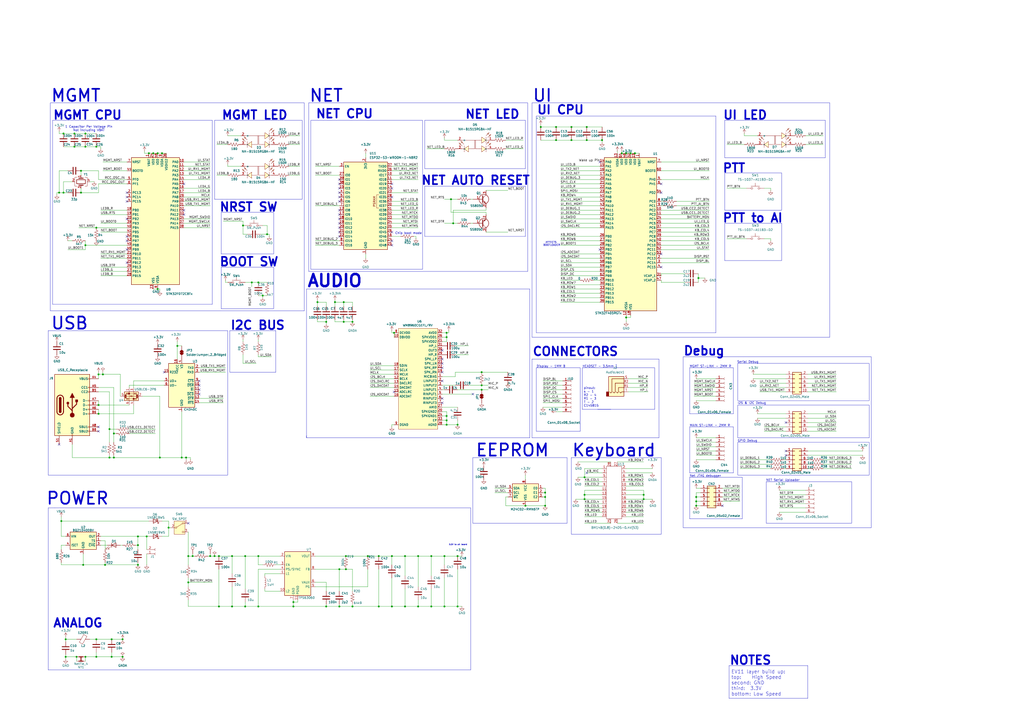
<source format=kicad_sch>
(kicad_sch (version 20231120) (generator "eeschema") (generator_version "8.0")
  (paper "A2")
  (title_block (title "EV12 FINN BERG & BRETT REGNIER") (date "2024/07/19") (company "CISCO SYSTEMS"))
  (junction (at 219.71 322.58))
  (junction (at 189.23 351.79))
  (junction (at 49.53 85.09))
  (junction (at 66.04 251.46))
  (junction (at 196.85 330.2))
  (junction (at 127 322.58))
  (junction (at 339.09 276.86))
  (junction (at 36.83 111.76))
  (junction (at 152.4 171.45))
  (junction (at 88.9 88.9))
  (junction (at 261.62 115.57))
  (junction (at 71.12 370.84))
  (junction (at 313.69 73.66))
  (junction (at 149.86 163.83))
  (junction (at 57.15 217.17))
  (junction (at 127 351.79))
  (junction (at 403.86 290.83))
  (junction (at 91.44 167.64))
  (junction (at 43.18 77.47))
  (junction (at 227.33 322.58))
  (junction (at 55.88 381))
  (junction (at 49.53 142.24))
  (junction (at 257.81 322.58))
  (junction (at 339.09 287.02))
  (junction (at 91.44 88.9))
  (junction (at 363.22 88.9))
  (junction (at 57.15 234.95))
  (junction (at 242.57 322.58))
  (junction (at 265.43 351.79))
  (junction (at 46.99 111.76))
  (junction (at 331.47 81.28))
  (junction (at 92.71 265.43))
  (junction (at 111.76 322.58))
  (junction (at 55.88 132.08))
  (junction (at 154.94 135.89))
  (junction (at 259.08 193.04))
  (junction (at 340.36 73.66))
  (junction (at 403.86 288.29))
  (junction (at 363.22 184.15))
  (junction (at 46.99 99.06))
  (junction (at 262.89 129.54))
  (junction (at 59.69 217.17))
  (junction (at 234.95 351.79))
  (junction (at 405.13 161.29))
  (junction (at 134.62 322.58))
  (junction (at 170.18 349.25))
  (junction (at 109.22 322.58))
  (junction (at 322.58 73.66))
  (junction (at 80.01 327.66))
  (junction (at 170.18 351.79))
  (junction (at 199.39 186.69))
  (junction (at 49.53 381))
  (junction (at 38.1 381))
  (junction (at 49.53 77.47))
  (junction (at 373.38 287.02))
  (junction (at 219.71 351.79))
  (junction (at 199.39 175.26))
  (junction (at 66.04 265.43))
  (junction (at 86.36 88.9))
  (junction (at 124.46 322.58))
  (junction (at 149.86 322.58))
  (junction (at 250.19 351.79))
  (junction (at 48.26 327.66))
  (junction (at 259.08 241.3))
  (junction (at 184.15 175.26))
  (junction (at 55.88 370.84))
  (junction (at 44.45 381))
  (junction (at 227.33 351.79))
  (junction (at 93.98 88.9))
  (junction (at 316.23 285.75))
  (junction (at 80.01 311.15))
  (junction (at 322.58 81.28))
  (junction (at 142.24 351.79))
  (junction (at 43.18 85.09))
  (junction (at 97.79 306.07))
  (junction (at 71.12 381))
  (junction (at 279.4 226.06))
  (junction (at 57.15 240.03))
  (junction (at 339.09 289.56))
  (junction (at 149.86 351.79))
  (junction (at 331.47 73.66))
  (junction (at 259.08 195.58))
  (junction (at 38.1 370.84))
  (junction (at 63.5 248.92))
  (junction (at 134.62 351.79))
  (junction (at 373.38 289.56))
  (junction (at 80.01 316.23))
  (junction (at 316.23 288.29))
  (junction (at 365.76 88.9))
  (junction (at 140.97 130.81))
  (junction (at 196.85 351.79))
  (junction (at 102.87 200.66))
  (junction (at 265.43 246.38))
  (junction (at 142.24 322.58))
  (junction (at 304.8 293.37))
  (junction (at 109.22 337.82))
  (junction (at 316.23 293.37))
  (junction (at 204.47 351.79))
  (junction (at 265.43 322.58))
  (junction (at 228.6 193.04))
  (junction (at 55.88 85.09))
  (junction (at 200.66 322.58))
  (junction (at 403.86 293.37))
  (junction (at 279.4 223.52))
  (junction (at 360.68 88.9))
  (junction (at 200.66 330.2))
  (junction (at 121.92 322.58))
  (junction (at 259.08 246.38))
  (junction (at 368.3 88.9))
  (junction (at 85.09 311.15))
  (junction (at 204.47 186.69))
  (junction (at 259.08 243.84))
  (junction (at 213.36 322.58))
  (junction (at 189.23 186.69))
  (junction (at 340.36 81.28))
  (junction (at 257.81 351.79))
  (junction (at 63.5 265.43))
  (junction (at 107.95 265.43))
  (junction (at 36.83 77.47))
  (junction (at 64.77 381))
  (junction (at 60.96 327.66))
  (junction (at 64.77 370.84))
  (junction (at 279.4 215.9))
  (junction (at 242.57 351.79))
  (junction (at 146.05 163.83))
  (junction (at 250.19 322.58))
  (junction (at 105.41 265.43))
  (junction (at 234.95 322.58))
  (junction (at 34.29 111.76))
  (junction (at 194.31 175.26))
  (junction (at 349.25 81.28))
  (junction (at 35.56 302.26))
  (no_connect (at 196.85 127))
  (no_connect (at 115.57 220.98))
  (no_connect (at 419.1 293.37))
  (no_connect (at 256.54 210.82))
  (no_connect (at 455.93 264.16))
  (no_connect (at 196.85 116.84))
  (no_connect (at 383.54 154.94))
  (no_connect (at 196.85 121.92))
  (no_connect (at 227.33 139.7))
  (no_connect (at 347.98 93.98))
  (no_connect (at 196.85 114.3))
  (no_connect (at 73.66 116.84))
  (no_connect (at 196.85 104.14))
  (no_connect (at 196.85 137.16))
  (no_connect (at 228.6 227.33))
  (no_connect (at 115.57 228.6))
  (no_connect (at 106.68 106.68))
  (no_connect (at 196.85 134.62))
  (no_connect (at 196.85 129.54))
  (no_connect (at 196.85 124.46))
  (no_connect (at 383.54 111.76))
  (no_connect (at 227.33 109.22))
  (no_connect (at 34.29 257.81))
  (no_connect (at 227.33 106.68))
  (no_connect (at 256.54 203.2))
  (no_connect (at 73.66 144.78))
  (no_connect (at 274.32 228.6))
  (no_connect (at 256.54 215.9))
  (no_connect (at 57.15 247.65))
  (no_connect (at 196.85 109.22))
  (no_connect (at 227.33 114.3))
  (no_connect (at 106.68 124.46))
  (no_connect (at 106.68 121.92))
  (no_connect (at 73.66 114.3))
  (no_connect (at 340.36 274.32))
  (no_connect (at 383.54 147.32))
  (no_connect (at 196.85 106.68))
  (no_connect (at 256.54 208.28))
  (no_connect (at 73.66 137.16))
  (no_connect (at 109.22 303.53))
  (no_connect (at 115.57 223.52))
  (no_connect (at 256.54 213.36))
  (no_connect (at 73.66 139.7))
  (no_connect (at 455.93 245.11))
  (no_connect (at 455.93 261.62))
  (no_connect (at 73.66 127))
  (no_connect (at 196.85 132.08))
  (no_connect (at 227.33 142.24))
  (no_connect (at 383.54 106.68))
  (no_connect (at 73.66 152.4))
  (no_connect (at 57.15 250.19))
  (no_connect (at 73.66 111.76))
  (no_connect (at 95.25 215.9))
  (no_connect (at 196.85 111.76))
  (no_connect (at 347.98 144.78))
  (no_connect (at 115.57 226.06))
  (no_connect (at 256.54 233.68))
  (no_connect (at 256.54 220.98))
  (no_connect (at 227.33 134.62))
  (no_connect (at 256.54 231.14))
  (polyline (pts (xy 304.8 107.95) (xy 304.8 137.16)))
  (wire (pts (xy 339.09 294.64) (xy 349.25 294.64)))
  (wire (pts (xy 335.28 267.97) (xy 354.33 267.97)))
  (wire (pts (xy 228.6 193.04) (xy 228.6 195.58)))
  (wire (pts (xy 214.63 214.63) (xy 228.6 214.63)))
  (polyline (pts (xy 246.38 69.85) (xy 304.8 69.85)))
  (wire (pts (xy 182.88 340.36) (xy 213.36 340.36)))
  (wire (pts (xy 447.04 269.24) (xy 429.26 269.24)))
  (polyline (pts (xy 400.05 247.65) (xy 425.45 247.65)))
  (wire (pts (xy 74.93 224.79) (xy 74.93 223.52)))
  (wire (pts (xy 173.99 96.52) (xy 167.64 96.52)))
  (polyline (pts (xy 420.37 151.13) (xy 420.37 129.54)))
  (wire (pts (xy 455.93 227.33) (xy 440.69 227.33)))
  (wire (pts (xy 363.22 184.15) (xy 365.76 184.15)))
  (wire (pts (xy 39.37 144.78) (xy 49.53 144.78)))
  (wire (pts (xy 316.23 285.75) (xy 316.23 288.29)))
  (wire (pts (xy 57.15 240.03) (xy 77.47 240.03)))
  (polyline (pts (xy 400.05 274.32) (xy 400.05 247.65)))
  (polyline (pts (xy 308.61 195.58) (xy 308.61 59.69)))
  (wire (pts (xy 162.56 330.2) (xy 149.86 330.2)))
  (wire (pts (xy 121.92 96.52) (xy 106.68 96.52)))
  (polyline (pts (xy 400.05 300.99) (xy 400.05 276.86)))
  (wire (pts (xy 93.98 88.9) (xy 96.52 88.9)))
  (polyline (pts (xy 27.94 294.64) (xy 31.75 294.64)))
  (wire (pts (xy 468.63 261.62) (xy 500.38 261.62)))
  (wire (pts (xy 132.08 78.74) (xy 139.7 78.74)))
  (wire (pts (xy 250.19 351.79) (xy 257.81 351.79)))
  (wire (pts (xy 447.04 109.22) (xy 447.04 110.49)))
  (wire (pts (xy 41.91 265.43) (xy 63.5 265.43)))
  (wire (pts (xy 121.92 93.98) (xy 106.68 93.98)))
  (wire (pts (xy 331.47 81.28) (xy 340.36 81.28)))
  (wire (pts (xy 58.42 149.86) (xy 73.66 149.86)))
  (polyline (pts (xy 306.07 157.48) (xy 179.07 157.48)))
  (wire (pts (xy 142.24 351.79) (xy 149.86 351.79)))
  (wire (pts (xy 132.08 163.83) (xy 130.81 163.83)))
  (wire (pts (xy 57.15 215.9) (xy 57.15 217.17)))
  (wire (pts (xy 149.86 207.01) (xy 149.86 205.74)))
  (polyline (pts (xy 400.05 213.36) (xy 425.45 213.36)))
  (polyline (pts (xy 336.55 250.19) (xy 311.15 250.19)))
  (wire (pts (xy 189.23 350.52) (xy 189.23 351.79)))
  (wire (pts (xy 347.98 167.64) (xy 325.12 167.64)))
  (wire (pts (xy 402.59 224.79) (xy 415.29 224.79)))
  (wire (pts (xy 120.65 322.58) (xy 121.92 322.58)))
  (wire (pts (xy 256.54 243.84) (xy 259.08 243.84)))
  (wire (pts (xy 339.09 299.72) (xy 349.25 299.72)))
  (wire (pts (xy 383.54 93.98) (xy 411.48 93.98)))
  (wire (pts (xy 109.22 337.82) (xy 109.22 340.36)))
  (wire (pts (xy 140.97 198.12) (xy 140.97 196.85)))
  (wire (pts (xy 66.04 224.79) (xy 66.04 251.46)))
  (wire (pts (xy 360.68 87.63) (xy 360.68 88.9)))
  (wire (pts (xy 64.77 381) (xy 55.88 381)))
  (wire (pts (xy 132.08 95.25) (xy 132.08 96.52)))
  (wire (pts (xy 262.89 121.92) (xy 262.89 129.54)))
  (wire (pts (xy 149.86 330.2) (xy 149.86 351.79)))
  (wire (pts (xy 73.66 93.98) (xy 59.69 93.98)))
  (wire (pts (xy 383.54 137.16) (xy 411.48 137.16)))
  (wire (pts (xy 46.99 109.22) (xy 46.99 111.76)))
  (wire (pts (xy 363.22 182.88) (xy 363.22 184.15)))
  (wire (pts (xy 92.71 229.87) (xy 82.55 229.87)))
  (wire (pts (xy 257.81 351.79) (xy 265.43 351.79)))
  (wire (pts (xy 365.76 88.9) (xy 368.3 88.9)))
  (wire (pts (xy 454.66 269.24) (xy 455.93 269.24)))
  (wire (pts (xy 403.86 290.83) (xy 406.4 290.83)))
  (polyline (pts (xy 273.05 388.62) (xy 27.94 388.62)))
  (wire (pts (xy 485.14 245.11) (xy 468.63 245.11)))
  (wire (pts (xy 256.54 236.22) (xy 265.43 236.22)))
  (wire (pts (xy 149.86 207.01) (xy 157.48 207.01)))
  (polyline (pts (xy 421.64 69.85) (xy 478.79 69.85)))
  (wire (pts (xy 140.97 210.82) (xy 148.59 210.82)))
  (wire (pts (xy 273.05 129.54) (xy 274.32 129.54)))
  (wire (pts (xy 41.91 105.41) (xy 36.83 105.41)))
  (wire (pts (xy 189.23 185.42) (xy 189.23 186.69)))
  (wire (pts (xy 58.42 147.32) (xy 73.66 147.32)))
  (wire (pts (xy 52.07 105.41) (xy 54.61 105.41)))
  (wire (pts (xy 455.93 224.79) (xy 440.69 224.79)))
  (wire (pts (xy 227.33 129.54) (xy 242.57 129.54)))
  (wire (pts (xy 403.86 256.54) (xy 415.29 256.54)))
  (wire (pts (xy 78.74 316.23) (xy 80.01 316.23)))
  (wire (pts (xy 234.95 334.01) (xy 234.95 322.58)))
  (wire (pts (xy 339.09 284.48) (xy 339.09 287.02)))
  (wire (pts (xy 58.42 160.02) (xy 73.66 160.02)))
  (wire (pts (xy 322.58 73.66) (xy 331.47 73.66)))
  (wire (pts (xy 227.33 101.6) (xy 242.57 101.6)))
  (wire (pts (xy 452.12 297.18) (xy 467.36 297.18)))
  (wire (pts (xy 80.01 311.15) (xy 80.01 316.23)))
  (wire (pts (xy 204.47 186.69) (xy 199.39 186.69)))
  (wire (pts (xy 259.08 195.58) (xy 259.08 198.12)))
  (wire (pts (xy 383.54 132.08) (xy 411.48 132.08)))
  (wire (pts (xy 261.62 123.19) (xy 281.94 123.19)))
  (wire (pts (xy 364.49 224.79) (xy 375.92 224.79)))
  (wire (pts (xy 121.92 99.06) (xy 106.68 99.06)))
  (wire (pts (xy 33.02 111.76) (xy 33.02 113.03)))
  (wire (pts (xy 121.92 321.31) (xy 121.92 322.58)))
  (wire (pts (xy 57.15 104.14) (xy 57.15 99.06)))
  (wire (pts (xy 214.63 224.79) (xy 228.6 224.79)))
  (wire (pts (xy 494.03 266.7) (xy 477.52 266.7)))
  (polyline (pts (xy 415.29 193.04) (xy 415.29 67.31)))
  (wire (pts (xy 182.88 330.2) (xy 196.85 330.2)))
  (wire (pts (xy 452.12 294.64) (xy 467.36 294.64)))
  (wire (pts (xy 431.8 77.47) (xy 431.8 78.74)))
  (wire (pts (xy 39.37 139.7) (xy 41.91 139.7)))
  (wire (pts (xy 339.09 281.94) (xy 349.25 281.94)))
  (wire (pts (xy 55.88 370.84) (xy 52.07 370.84)))
  (wire (pts (xy 35.56 311.15) (xy 38.1 311.15)))
  (polyline (pts (xy 420.37 100.33) (xy 421.64 100.33)))
  (wire (pts (xy 170.18 347.98) (xy 170.18 349.25)))
  (wire (pts (xy 405.13 158.75) (xy 405.13 161.29)))
  (wire (pts (xy 325.12 114.3) (xy 347.98 114.3)))
  (wire (pts (xy 403.86 288.29) (xy 403.86 290.83)))
  (wire (pts (xy 334.01 289.56) (xy 339.09 289.56)))
  (wire (pts (xy 58.42 157.48) (xy 73.66 157.48)))
  (wire (pts (xy 204.47 350.52) (xy 204.47 351.79)))
  (wire (pts (xy 316.23 293.37) (xy 304.8 293.37)))
  (wire (pts (xy 149.86 351.79) (xy 170.18 351.79)))
  (wire (pts (xy 228.6 246.38) (xy 227.33 246.38)))
  (polyline (pts (xy 383.54 265.43) (xy 331.47 265.43)))
  (wire (pts (xy 182.88 101.6) (xy 196.85 101.6)))
  (wire (pts (xy 132.08 96.52) (xy 139.7 96.52)))
  (wire (pts (xy 227.33 327.66) (xy 227.33 322.58)))
  (wire (pts (xy 57.15 106.68) (xy 57.15 111.76)))
  (wire (pts (xy 39.37 99.06) (xy 34.29 99.06)))
  (wire (pts (xy 347.98 162.56) (xy 344.17 162.56)))
  (wire (pts (xy 281.94 110.49) (xy 294.64 110.49)))
  (wire (pts (xy 259.08 195.58) (xy 256.54 195.58)))
  (wire (pts (xy 74.93 223.52) (xy 95.25 223.52)))
  (wire (pts (xy 200.66 322.58) (xy 213.36 322.58)))
  (wire (pts (xy 173.99 78.74) (xy 167.64 78.74)))
  (wire (pts (xy 49.53 77.47) (xy 55.88 77.47)))
  (wire (pts (xy 384.81 119.38) (xy 383.54 119.38)))
  (wire (pts (xy 242.57 116.84) (xy 227.33 116.84)))
  (wire (pts (xy 339.09 289.56) (xy 349.25 289.56)))
  (wire (pts (xy 468.63 266.7) (xy 469.9 266.7)))
  (wire (pts (xy 143.51 135.89) (xy 140.97 135.89)))
  (wire (pts (xy 184.15 175.26) (xy 184.15 177.8)))
  (wire (pts (xy 316.23 285.75) (xy 314.96 285.75)))
  (wire (pts (xy 242.57 322.58) (xy 250.19 322.58)))
  (wire (pts (xy 35.56 318.77) (xy 35.56 316.23)))
  (wire (pts (xy 443.23 138.43) (xy 447.04 138.43)))
  (polyline (pts (xy 453.39 151.13) (xy 420.37 151.13)))
  (wire (pts (xy 347.98 137.16) (xy 325.12 137.16)))
  (wire (pts (xy 468.63 271.78) (xy 469.9 271.78)))
  (wire (pts (xy 227.33 335.28) (xy 227.33 351.79)))
  (wire (pts (xy 267.97 322.58) (xy 265.43 322.58)))
  (wire (pts (xy 57.15 99.06) (xy 46.99 99.06)))
  (polyline (pts (xy 175.26 115.57) (xy 124.46 115.57)))
  (wire (pts (xy 149.86 196.85) (xy 149.86 198.12)))
  (wire (pts (xy 182.88 322.58) (xy 200.66 322.58)))
  (wire (pts (xy 227.33 137.16) (xy 232.41 137.16)))
  (wire (pts (xy 80.01 326.39) (xy 80.01 327.66)))
  (polyline (pts (xy 311.15 213.36) (xy 336.55 213.36)))
  (wire (pts (xy 325.12 124.46) (xy 347.98 124.46)))
  (wire (pts (xy 88.9 167.64) (xy 91.44 167.64)))
  (wire (pts (xy 340.36 274.32) (xy 349.25 274.32)))
  (wire (pts (xy 363.22 184.15) (xy 363.22 186.69)))
  (wire (pts (xy 63.5 227.33) (xy 63.5 248.92)))
  (polyline (pts (xy 124.46 69.85) (xy 175.26 69.85)))
  (wire (pts (xy 149.86 327.66) (xy 152.4 327.66)))
  (wire (pts (xy 304.8 275.59) (xy 304.8 278.13)))
  (polyline (pts (xy 160.02 215.9) (xy 160.02 191.77)))
  (wire (pts (xy 189.23 175.26) (xy 189.23 177.8)))
  (polyline (pts (xy 27.94 388.62) (xy 27.94 294.64)))
  (wire (pts (xy 234.95 322.58) (xy 242.57 322.58)))
  (wire (pts (xy 403.86 288.29) (xy 406.4 288.29)))
  (wire (pts (xy 406.4 285.75) (xy 403.86 285.75)))
  (wire (pts (xy 339.09 287.02) (xy 349.25 287.02)))
  (wire (pts (xy 383.54 127) (xy 411.48 127)))
  (wire (pts (xy 316.23 283.21) (xy 314.96 283.21)))
  (wire (pts (xy 325.12 96.52) (xy 347.98 96.52)))
  (wire (pts (xy 468.63 264.16) (xy 500.38 264.16)))
  (wire (pts (xy 383.54 152.4) (xy 411.48 152.4)))
  (wire (pts (xy 55.88 85.09) (xy 58.42 85.09)))
  (wire (pts (xy 194.31 175.26) (xy 199.39 175.26)))
  (wire (pts (xy 256.54 228.6) (xy 274.32 228.6)))
  (wire (pts (xy 431.8 83.82) (xy 421.64 83.82)))
  (wire (pts (xy 287.02 283.21) (xy 294.64 283.21)))
  (wire (pts (xy 347.98 160.02) (xy 325.12 160.02)))
  (wire (pts (xy 242.57 351.79) (xy 250.19 351.79)))
  (wire (pts (xy 214.63 219.71) (xy 228.6 219.71)))
  (wire (pts (xy 63.5 248.92) (xy 67.31 248.92)))
  (wire (pts (xy 313.69 73.66) (xy 322.58 73.66)))
  (wire (pts (xy 439.42 240.03) (xy 455.93 240.03)))
  (wire (pts (xy 403.86 232.41) (xy 415.29 232.41)))
  (wire (pts (xy 204.47 175.26) (xy 204.47 177.8)))
  (polyline (pts (xy 422.91 386.08) (xy 468.63 386.08)))
  (wire (pts (xy 184.15 186.69) (xy 189.23 186.69)))
  (wire (pts (xy 347.98 139.7) (xy 325.12 139.7)))
  (wire (pts (xy 182.88 142.24) (xy 196.85 142.24)))
  (wire (pts (xy 485.14 217.17) (xy 468.63 217.17)))
  (wire (pts (xy 48.26 327.66) (xy 60.96 327.66)))
  (wire (pts (xy 97.79 302.26) (xy 97.79 306.07)))
  (wire (pts (xy 335.28 276.86) (xy 339.09 276.86)))
  (wire (pts (xy 71.12 370.84) (xy 64.77 370.84)))
  (wire (pts (xy 125.73 83.82) (xy 132.08 83.82)))
  (wire (pts (xy 170.18 349.25) (xy 170.18 351.79)))
  (wire (pts (xy 152.4 171.45) (xy 154.94 171.45)))
  (wire (pts (xy 429.26 283.21) (xy 419.1 283.21)))
  (wire (pts (xy 383.54 163.83) (xy 383.54 162.56)))
  (wire (pts (xy 93.98 311.15) (xy 97.79 311.15)))
  (wire (pts (xy 142.24 322.58) (xy 149.86 322.58)))
  (polyline (pts (xy 340.36 213.36) (xy 379.73 213.36)))
  (wire (pts (xy 383.54 149.86) (xy 411.48 149.86)))
  (wire (pts (xy 234.95 341.63) (xy 234.95 351.79)))
  (wire (pts (xy 265.43 351.79) (xy 265.43 330.2)))
  (wire (pts (xy 124.46 322.58) (xy 127 322.58)))
  (wire (pts (xy 97.79 311.15) (xy 97.79 306.07)))
  (wire (pts (xy 227.33 132.08) (xy 242.57 132.08)))
  (wire (pts (xy 189.23 337.82) (xy 182.88 337.82)))
  (wire (pts (xy 293.37 86.36) (xy 303.53 86.36)))
  (wire (pts (xy 325.12 109.22) (xy 347.98 109.22)))
  (wire (pts (xy 316.23 288.29) (xy 314.96 288.29)))
  (wire (pts (xy 109.22 351.79) (xy 127 351.79)))
  (wire (pts (xy 121.92 109.22) (xy 106.68 109.22)))
  (wire (pts (xy 212.09 88.9) (xy 212.09 91.44)))
  (wire (pts (xy 264.16 215.9) (xy 264.16 218.44)))
  (wire (pts (xy 80.01 316.23) (xy 80.01 318.77)))
  (wire (pts (xy 194.31 186.69) (xy 194.31 185.42)))
  (wire (pts (xy 485.14 242.57) (xy 468.63 242.57)))
  (wire (pts (xy 378.46 289.56) (xy 373.38 289.56)))
  (wire (pts (xy 256.54 246.38) (xy 259.08 246.38)))
  (wire (pts (xy 273.05 115.57) (xy 274.32 115.57)))
  (wire (pts (xy 313.69 81.28) (xy 322.58 81.28)))
  (wire (pts (xy 49.53 381) (xy 55.88 381)))
  (wire (pts (xy 109.22 327.66) (xy 109.22 322.58)))
  (wire (pts (xy 189.23 187.96) (xy 189.23 186.69)))
  (wire (pts (xy 325.12 127) (xy 347.98 127)))
  (wire (pts (xy 152.4 130.81) (xy 154.94 130.81)))
  (polyline (pts (xy 400.05 240.03) (xy 400.05 213.36)))
  (wire (pts (xy 485.14 247.65) (xy 468.63 247.65)))
  (polyline (pts (xy 304.8 97.79) (xy 246.38 97.79)))
  (wire (pts (xy 485.14 219.71) (xy 468.63 219.71)))
  (wire (pts (xy 199.39 175.26) (xy 204.47 175.26)))
  (wire (pts (xy 383.54 99.06) (xy 411.48 99.06)))
  (wire (pts (xy 67.31 251.46) (xy 66.04 251.46)))
  (wire (pts (xy 383.54 158.75) (xy 383.54 160.02)))
  (wire (pts (xy 49.53 142.24) (xy 49.53 144.78)))
  (wire (pts (xy 364.49 222.25) (xy 375.92 222.25)))
  (polyline (pts (xy 304.8 69.85) (xy 304.8 97.79)))
  (wire (pts (xy 134.62 322.58) (xy 142.24 322.58)))
  (polyline (pts (xy 478.79 69.85) (xy 478.79 91.44)))
  (wire (pts (xy 184.15 173.99) (xy 184.15 175.26)))
  (wire (pts (xy 69.85 217.17) (xy 59.69 217.17)))
  (wire (pts (xy 58.42 124.46) (xy 73.66 124.46)))
  (wire (pts (xy 339.09 287.02) (xy 339.09 289.56)))
  (wire (pts (xy 347.98 170.18) (xy 325.12 170.18)))
  (wire (pts (xy 57.15 111.76) (xy 46.99 111.76)))
  (wire (pts (xy 49.53 139.7) (xy 49.53 142.24)))
  (wire (pts (xy 403.86 283.21) (xy 406.4 283.21)))
  (wire (pts (xy 347.98 165.1) (xy 325.12 165.1)))
  (polyline (pts (xy 453.39 129.54) (xy 453.39 151.13)))
  (wire (pts (xy 194.31 175.26) (xy 194.31 177.8)))
  (wire (pts (xy 339.09 303.53) (xy 354.33 303.53)))
  (wire (pts (xy 80.01 311.15) (xy 85.09 311.15)))
  (wire (pts (xy 212.09 149.86) (xy 212.09 147.32)))
  (wire (pts (xy 102.87 198.12) (xy 102.87 200.66)))
  (wire (pts (xy 130.81 163.83) (xy 130.81 162.56)))
  (wire (pts (xy 336.55 162.56) (xy 325.12 162.56)))
  (wire (pts (xy 35.56 327.66) (xy 35.56 326.39)))
  (wire (pts (xy 90.17 251.46) (xy 74.93 251.46)))
  (wire (pts (xy 447.04 271.78) (xy 429.26 271.78)))
  (polyline (pts (xy 331.47 309.88) (xy 383.54 309.88)))
  (wire (pts (xy 316.23 283.21) (xy 316.23 285.75)))
  (wire (pts (xy 257.81 81.28) (xy 265.43 81.28)))
  (wire (pts (xy 363.22 294.64) (xy 373.38 294.64)))
  (wire (pts (xy 121.92 104.14) (xy 106.68 104.14)))
  (wire (pts (xy 455.93 222.25) (xy 440.69 222.25)))
  (wire (pts (xy 339.09 292.1) (xy 349.25 292.1)))
  (wire (pts (xy 44.45 370.84) (xy 38.1 370.84)))
  (wire (pts (xy 134.62 332.74) (xy 134.62 322.58)))
  (wire (pts (xy 373.38 287.02) (xy 373.38 284.48)))
  (wire (pts (xy 152.4 172.72) (xy 152.4 171.45)))
  (wire (pts (xy 360.68 88.9) (xy 363.22 88.9)))
  (wire (pts (xy 55.88 381) (xy 55.88 378.46)))
  (wire (pts (xy 57.15 224.79) (xy 66.04 224.79)))
  (wire (pts (xy 373.38 303.53) (xy 358.14 303.53)))
  (wire (pts (xy 260.35 193.04) (xy 260.35 191.77)))
  (wire (pts (xy 363.22 279.4) (xy 373.38 279.4)))
  (wire (pts (xy 325.12 129.54) (xy 347.98 129.54)))
  (wire (pts (xy 142.24 341.63) (xy 142.24 322.58)))
  (wire (pts (xy 339.09 271.78) (xy 349.25 271.78)))
  (wire (pts (xy 48.26 321.31) (xy 48.26 327.66)))
  (wire (pts (xy 242.57 340.36) (xy 242.57 322.58)))
  (wire (pts (xy 447.04 266.7) (xy 429.26 266.7)))
  (wire (pts (xy 184.15 185.42) (xy 184.15 186.69)))
  (wire (pts (xy 35.56 327.66) (xy 48.26 327.66)))
  (wire (pts (xy 403.86 290.83) (xy 403.86 293.37)))
  (wire (pts (xy 242.57 121.92) (xy 227.33 121.92)))
  (wire (pts (xy 383.54 158.75) (xy 397.51 158.75)))
  (wire (pts (xy 347.98 175.26) (xy 325.12 175.26)))
  (wire (pts (xy 140.97 130.81) (xy 140.97 135.89)))
  (wire (pts (xy 256.54 238.76) (xy 259.08 238.76)))
  (wire (pts (xy 363.22 271.78) (xy 378.46 271.78)))
  (wire (pts (xy 121.92 322.58) (xy 124.46 322.58)))
  (wire (pts (xy 85.09 311.15) (xy 85.09 318.77)))
  (wire (pts (xy 41.91 265.43) (xy 41.91 257.81)))
  (wire (pts (xy 39.37 111.76) (xy 36.83 111.76)))
  (wire (pts (xy 146.05 163.83) (xy 149.86 163.83)))
  (wire (pts (xy 154.94 135.89) (xy 156.21 135.89)))
  (wire (pts (xy 261.62 115.57) (xy 257.81 115.57)))
  (wire (pts (xy 383.54 163.83) (xy 397.51 163.83)))
  (wire (pts (xy 264.16 215.9) (xy 279.4 215.9)))
  (wire (pts (xy 214.63 229.87) (xy 228.6 229.87)))
  (wire (pts (xy 142.24 163.83) (xy 146.05 163.83)))
  (polyline (pts (xy 328.93 265.43) (xy 328.93 303.53)))
  (wire (pts (xy 92.71 229.87) (xy 92.71 265.43)))
  (wire (pts (xy 347.98 142.24) (xy 325.12 142.24)))
  (wire (pts (xy 58.42 313.69) (xy 60.96 313.69)))
  (polyline (pts (xy 274.32 265.43) (xy 328.93 265.43)))
  (polyline (pts (xy 304.8 137.16) (xy 246.38 137.16)))
  (wire (pts (xy 257.81 335.28) (xy 257.81 351.79)))
  (wire (pts (xy 57.15 217.17) (xy 57.15 219.71)))
  (wire (pts (xy 363.22 284.48) (xy 373.38 284.48)))
  (wire (pts (xy 294.64 223.52) (xy 294.64 222.25)))
  (wire (pts (xy 58.42 134.62) (xy 73.66 134.62)))
  (wire (pts (xy 170.18 351.79) (xy 189.23 351.79)))
  (wire (pts (xy 227.33 99.06) (xy 242.57 99.06)))
  (wire (pts (xy 129.54 128.27) (xy 140.97 128.27)))
  (wire (pts (xy 411.48 116.84) (xy 392.43 116.84)))
  (wire (pts (xy 485.14 222.25) (xy 468.63 222.25)))
  (wire (pts (xy 63.5 264.16) (xy 63.5 265.43)))
  (wire (pts (xy 60.96 327.66) (xy 80.01 327.66)))
  (polyline (pts (xy 123.19 69.85) (xy 123.19 176.53)))
  (wire (pts (xy 322.58 81.28) (xy 331.47 81.28)))
  (polyline (pts (xy 430.53 276.86) (xy 430.53 300.99)))
  (wire (pts (xy 194.31 173.99) (xy 194.31 175.26)))
  (wire (pts (xy 219.71 351.79) (xy 227.33 351.79)))
  (wire (pts (xy 403.86 266.7) (xy 415.29 266.7)))
  (wire (pts (xy 38.1 382.27) (xy 38.1 381)))
  (wire (pts (xy 34.29 76.2) (xy 34.29 77.47)))
  (wire (pts (xy 281.94 134.62) (xy 294.64 134.62)))
  (wire (pts (xy 49.53 142.24) (xy 73.66 142.24)))
  (wire (pts (xy 485.14 240.03) (xy 468.63 240.03)))
  (wire (pts (xy 325.12 116.84) (xy 347.98 116.84)))
  (wire (pts (xy 34.29 111.76) (xy 33.02 111.76)))
  (wire (pts (xy 102.87 200.66) (xy 102.87 208.28)))
  (wire (pts (xy 196.85 350.52) (xy 196.85 351.79)))
  (wire (pts (xy 91.44 167.64) (xy 92.71 167.64)))
  (wire (pts (xy 403.86 259.08) (xy 415.29 259.08)))
  (polyline (pts (xy 420.37 69.85) (xy 421.64 69.85)))
  (polyline (pts (xy 425.45 240.03) (xy 400.05 240.03)))
  (wire (pts (xy 383.54 124.46) (xy 411.48 124.46)))
  (polyline (pts (xy 124.46 69.85) (xy 124.46 115.57)))
  (wire (pts (xy 281.94 121.92) (xy 281.94 120.65)))
  (wire (pts (xy 325.12 119.38) (xy 347.98 119.38)))
  (wire (pts (xy 85.09 311.15) (xy 86.36 311.15)))
  (wire (pts (xy 363.22 287.02) (xy 373.38 287.02)))
  (polyline (pts (xy 425.45 247.65) (xy 425.45 274.32)))
  (wire (pts (xy 283.21 226.06) (xy 279.4 226.06)))
  (polyline (pts (xy 453.39 121.92) (xy 420.37 121.92)))
  (wire (pts (xy 214.63 217.17) (xy 228.6 217.17)))
  (wire (pts (xy 196.85 351.79) (xy 204.47 351.79)))
  (wire (pts (xy 314.96 231.14) (xy 326.39 231.14)))
  (wire (pts (xy 140.97 210.82) (xy 140.97 205.74)))
  (polyline (pts (xy 311.15 193.04) (xy 415.29 193.04)))
  (wire (pts (xy 77.47 220.98) (xy 95.25 220.98)))
  (wire (pts (xy 121.92 129.54) (xy 106.68 129.54)))
  (wire (pts (xy 257.81 322.58) (xy 265.43 322.58)))
  (wire (pts (xy 402.59 222.25) (xy 415.29 222.25)))
  (wire (pts (xy 189.23 175.26) (xy 184.15 175.26)))
  (polyline (pts (xy 311.15 213.36) (xy 311.15 250.19)))
  (wire (pts (xy 259.08 198.12) (xy 256.54 198.12)))
  (polyline (pts (xy 245.11 156.21) (xy 245.11 69.85)))
  (wire (pts (xy 204.47 185.42) (xy 204.47 186.69)))
  (wire (pts (xy 339.09 284.48) (xy 349.25 284.48)))
  (wire (pts (xy 439.42 242.57) (xy 455.93 242.57)))
  (wire (pts (xy 172.72 349.25) (xy 170.18 349.25)))
  (wire (pts (xy 154.94 130.81) (xy 154.94 135.89)))
  (wire (pts (xy 227.33 127) (xy 242.57 127)))
  (polyline (pts (xy 331.47 265.43) (xy 331.47 265.43)))
  (wire (pts (xy 279.4 215.9) (xy 294.64 215.9)))
  (wire (pts (xy 199.39 185.42) (xy 199.39 186.69)))
  (wire (pts (xy 347.98 147.32) (xy 325.12 147.32)))
  (polyline (pts (xy 481.33 195.58) (xy 308.61 195.58)))
  (wire (pts (xy 227.33 111.76) (xy 242.57 111.76)))
  (wire (pts (xy 265.43 351.79) (xy 267.97 351.79)))
  (wire (pts (xy 92.71 265.43) (xy 105.41 265.43)))
  (polyline (pts (xy 160.02 191.77) (xy 133.35 191.77)))
  (wire (pts (xy 57.15 227.33) (xy 63.5 227.33)))
  (wire (pts (xy 316.23 288.29) (xy 316.23 293.37)))
  (wire (pts (xy 485.14 224.79) (xy 468.63 224.79)))
  (wire (pts (xy 467.36 78.74) (xy 477.52 78.74)))
  (wire (pts (xy 121.92 101.6) (xy 106.68 101.6)))
  (wire (pts (xy 58.42 129.54) (xy 73.66 129.54)))
  (wire (pts (xy 314.96 226.06) (xy 326.39 226.06)))
  (wire (pts (xy 115.57 231.14) (xy 129.54 231.14)))
  (wire (pts (xy 214.63 222.25) (xy 228.6 222.25)))
  (wire (pts (xy 403.86 264.16) (xy 415.29 264.16)))
  (wire (pts (xy 64.77 370.84) (xy 55.88 370.84)))
  (wire (pts (xy 260.35 193.04) (xy 259.08 193.04)))
  (wire (pts (xy 365.76 182.88) (xy 365.76 184.15)))
  (wire (pts (xy 265.43 226.06) (xy 279.4 226.06)))
  (wire (pts (xy 213.36 322.58) (xy 219.71 322.58)))
  (wire (pts (xy 86.36 88.9) (xy 83.82 88.9)))
  (polyline (pts (xy 133.35 215.9) (xy 160.02 215.9)))
  (wire (pts (xy 110.49 265.43) (xy 110.49 266.7)))
  (wire (pts (xy 383.54 144.78) (xy 411.48 144.78)))
  (wire (pts (xy 69.85 217.17) (xy 69.85 229.87)))
  (wire (pts (xy 339.09 279.4) (xy 349.25 279.4)))
  (wire (pts (xy 402.59 227.33) (xy 415.29 227.33)))
  (polyline (pts (xy 311.15 67.31) (xy 415.29 67.31)))
  (wire (pts (xy 363.22 274.32) (xy 378.46 274.32)))
  (wire (pts (xy 151.13 135.89) (xy 154.94 135.89)))
  (wire (pts (xy 403.86 285.75) (xy 403.86 288.29)))
  (wire (pts (xy 494.03 271.78) (xy 477.52 271.78)))
  (wire (pts (xy 134.62 351.79) (xy 142.24 351.79)))
  (wire (pts (xy 134.62 322.58) (xy 127 322.58)))
  (wire (pts (xy 256.54 193.04) (xy 259.08 193.04)))
  (polyline (pts (xy 273.05 294.64) (xy 273.05 388.62)))
  (wire (pts (xy 149.86 322.58) (xy 162.56 322.58)))
  (wire (pts (xy 64.77 381) (xy 71.12 381)))
  (wire (pts (xy 363.22 276.86) (xy 373.38 276.86)))
  (polyline (pts (xy 179.07 157.48) (xy 179.07 59.69)))
  (wire (pts (xy 242.57 347.98) (xy 242.57 351.79)))
  (wire (pts (xy 204.47 351.79) (xy 219.71 351.79)))
  (wire (pts (xy 102.87 200.66) (xy 105.41 200.66)))
  (wire (pts (xy 331.47 73.66) (xy 340.36 73.66)))
  (wire (pts (xy 57.15 106.68) (xy 73.66 106.68)))
  (wire (pts (xy 88.9 88.9) (xy 91.44 88.9)))
  (polyline (pts (xy 478.79 91.44) (xy 420.37 91.44)))
  (wire (pts (xy 363.22 292.1) (xy 373.38 292.1)))
  (wire (pts (xy 149.86 171.45) (xy 152.4 171.45)))
  (wire (pts (xy 240.03 137.16) (xy 241.3 137.16)))
  (wire (pts (xy 349.25 82.55) (xy 349.25 81.28)))
  (polyline (pts (xy 400.05 276.86) (xy 430.53 276.86)))
  (wire (pts (xy 36.83 77.47) (xy 43.18 77.47)))
  (wire (pts (xy 219.71 322.58) (xy 227.33 322.58)))
  (wire (pts (xy 214.63 212.09) (xy 228.6 212.09)))
  (wire (pts (xy 421.64 138.43) (xy 433.07 138.43)))
  (wire (pts (xy 44.45 381) (xy 44.45 383.54)))
  (wire (pts (xy 66.04 264.16) (xy 66.04 265.43)))
  (wire (pts (xy 340.36 73.66) (xy 349.25 73.66)))
  (wire (pts (xy 368.3 88.9) (xy 370.84 88.9)))
  (wire (pts (xy 242.57 119.38) (xy 227.33 119.38)))
  (wire (pts (xy 494.03 269.24) (xy 477.52 269.24)))
  (wire (pts (xy 92.71 167.64) (xy 92.71 168.91)))
  (wire (pts (xy 149.86 322.58) (xy 149.86 327.66)))
  (wire (pts (xy 109.22 335.28) (xy 109.22 337.82)))
  (wire (pts (xy 105.41 265.43) (xy 107.95 265.43)))
  (polyline (pts (xy 246.38 137.16) (xy 246.38 107.95)))
  (wire (pts (xy 314.96 236.22) (xy 326.39 236.22)))
  (wire (pts (xy 347.98 172.72) (xy 325.12 172.72)))
  (polyline (pts (xy 177.8 254) (xy 177.8 252.73)))
  (wire (pts (xy 256.54 241.3) (xy 259.08 241.3)))
  (wire (pts (xy 73.66 99.06) (xy 59.69 99.06)))
  (wire (pts (xy 363.22 299.72) (xy 373.38 299.72)))
  (wire (pts (xy 262.89 121.92) (xy 281.94 121.92)))
  (wire (pts (xy 34.29 77.47) (xy 36.83 77.47)))
  (polyline (pts (xy 331.47 265.43) (xy 331.47 309.88)))
  (wire (pts (xy 259.08 238.76) (xy 259.08 241.3)))
  (wire (pts (xy 115.57 215.9) (xy 130.81 215.9)))
  (polyline (pts (xy 430.53 300.99) (xy 400.05 300.99)))
  (wire (pts (xy 383.54 139.7) (xy 411.48 139.7)))
  (wire (pts (xy 182.88 96.52) (xy 196.85 96.52)))
  (wire (pts (xy 325.12 121.92) (xy 347.98 121.92)))
  (wire (pts (xy 454.66 271.78) (xy 455.93 271.78)))
  (wire (pts (xy 383.54 134.62) (xy 411.48 134.62)))
  (polyline (pts (xy 274.32 303.53) (xy 274.32 265.43)))
  (wire (pts (xy 402.59 229.87) (xy 415.29 229.87)))
  (wire (pts (xy 189.23 351.79) (xy 196.85 351.79)))
  (wire (pts (xy 455.93 219.71) (xy 436.88 219.71)))
  (wire (pts (xy 35.56 316.23) (xy 38.1 316.23)))
  (wire (pts (xy 443.23 109.22) (xy 447.04 109.22)))
  (wire (pts (xy 162.56 332.74) (xy 153.67 332.74)))
  (wire (pts (xy 36.83 111.76) (xy 34.29 111.76)))
  (wire (pts (xy 49.53 85.09) (xy 55.88 85.09)))
  (polyline (pts (xy 420.37 129.54) (xy 422.91 129.54)))
  (wire (pts (xy 364.49 227.33) (xy 375.92 227.33)))
  (polyline (pts (xy 481.33 59.69) (xy 481.33 195.58)))
  (wire (pts (xy 160.02 327.66) (xy 162.56 327.66)))
  (wire (pts (xy 199.39 175.26) (xy 199.39 177.8)))
  (wire (pts (xy 227.33 193.04) (xy 227.33 191.77)))
  (wire (pts (xy 452.12 284.48) (xy 467.36 284.48)))
  (polyline (pts (xy 30.48 69.85) (xy 123.19 69.85)))
  (wire (pts (xy 429.26 288.29) (xy 419.1 288.29)))
  (wire (pts (xy 405.13 161.29) (xy 408.94 161.29)))
  (wire (pts (xy 347.98 154.94) (xy 325.12 154.94)))
  (wire (pts (xy 241.3 137.16) (xy 241.3 138.43)))
  (wire (pts (xy 293.37 288.29) (xy 294.64 288.29)))
  (wire (pts (xy 452.12 287.02) (xy 467.36 287.02)))
  (wire (pts (xy 173.99 101.6) (xy 167.64 101.6)))
  (wire (pts (xy 63.5 248.92) (xy 63.5 256.54)))
  (wire (pts (xy 58.42 121.92) (xy 73.66 121.92)))
  (wire (pts (xy 199.39 186.69) (xy 194.31 186.69)))
  (wire (pts (xy 373.38 267.97) (xy 358.14 267.97)))
  (wire (pts (xy 314.96 233.68) (xy 326.39 233.68)))
  (wire (pts (xy 384.81 116.84) (xy 383.54 116.84)))
  (wire (pts (xy 142.24 349.25) (xy 142.24 351.79)))
  (wire (pts (xy 261.62 115.57) (xy 265.43 115.57)))
  (wire (pts (xy 66.04 251.46) (xy 66.04 256.54)))
  (polyline (pts (xy 383.54 309.88) (xy 383.54 265.43)))
  (wire (pts (xy 109.22 322.58) (xy 111.76 322.58)))
  (polyline (pts (xy 421.64 100.33) (xy 453.39 100.33)))
  (polyline (pts (xy 453.39 100.33) (xy 453.39 121.92)))
  (wire (pts (xy 204.47 342.9) (xy 204.47 330.2)))
  (wire (pts (xy 443.23 247.65) (xy 455.93 247.65)))
  (wire (pts (xy 127 351.79) (xy 134.62 351.79)))
  (polyline (pts (xy 379.73 213.36) (xy 379.73 237.49)))
  (wire (pts (xy 257.81 80.01) (xy 257.81 81.28)))
  (wire (pts (xy 125.73 101.6) (xy 132.08 101.6)))
  (wire (pts (xy 107.95 265.43) (xy 110.49 265.43)))
  (wire (pts (xy 264.16 218.44) (xy 256.54 218.44)))
  (wire (pts (xy 405.13 161.29) (xy 405.13 163.83)))
  (wire (pts (xy 347.98 157.48) (xy 325.12 157.48)))
  (wire (pts (xy 86.36 88.9) (xy 88.9 88.9)))
  (wire (pts (xy 69.85 316.23) (xy 71.12 316.23)))
  (wire (pts (xy 403.86 254) (xy 415.29 254)))
  (wire (pts (xy 485.14 227.33) (xy 468.63 227.33)))
  (wire (pts (xy 93.98 302.26) (xy 97.79 302.26)))
  (polyline (pts (xy 422.91 386.08) (xy 422.91 405.13)))
  (polyline (pts (xy 180.34 156.21) (xy 245.11 156.21)))
  (wire (pts (xy 49.53 381) (xy 49.53 383.54)))
  (wire (pts (xy 383.54 142.24) (xy 411.48 142.24)))
  (wire (pts (xy 115.57 233.68) (xy 129.54 233.68)))
  (wire (pts (xy 60.96 313.69) (xy 60.96 318.77)))
  (wire (pts (xy 403.86 261.62) (xy 415.29 261.62)))
  (wire (pts (xy 281.94 123.19) (xy 281.94 124.46)))
  (wire (pts (xy 60.96 327.66) (xy 60.96 326.39)))
  (polyline (pts (xy 133.35 191.77) (xy 133.35 215.9)))
  (wire (pts (xy 121.92 116.84) (xy 106.68 116.84)))
  (polyline (pts (xy 337.82 213.36) (xy 340.36 213.36)))
  (polyline (pts (xy 246.38 97.79) (xy 246.38 69.85)))
  (polyline (pts (xy 420.37 91.44) (xy 420.37 69.85)))
  (wire (pts (xy 57.15 234.95) (xy 74.93 234.95)))
  (wire (pts (xy 219.71 330.2) (xy 219.71 351.79)))
  (wire (pts (xy 261.62 123.19) (xy 261.62 115.57)))
  (wire (pts (xy 447.04 138.43) (xy 447.04 139.7)))
  (wire (pts (xy 43.18 77.47) (xy 49.53 77.47)))
  (wire (pts (xy 383.54 129.54) (xy 411.48 129.54)))
  (wire (pts (xy 429.26 290.83) (xy 419.1 290.83)))
  (wire (pts (xy 83.82 87.63) (xy 83.82 88.9)))
  (wire (pts (xy 90.17 248.92) (xy 74.93 248.92)))
  (wire (pts (xy 485.14 250.19) (xy 468.63 250.19)))
  (wire (pts (xy 77.47 240.03) (xy 77.47 234.95)))
  (wire (pts (xy 383.54 104.14) (xy 411.48 104.14)))
  (polyline (pts (xy 346.71 237.49) (xy 354.33 237.49)))
  (wire (pts (xy 38.1 381) (xy 38.1 379.73)))
  (wire (pts (xy 58.42 316.23) (xy 62.23 316.23)))
  (wire (pts (xy 77.47 220.98) (xy 77.47 224.79)))
  (wire (pts (xy 256.54 223.52) (xy 264.16 223.52)))
  (wire (pts (xy 121.92 111.76) (xy 106.68 111.76)))
  (wire (pts (xy 421.64 109.22) (xy 433.07 109.22)))
  (wire (pts (xy 314.96 220.98) (xy 326.39 220.98)))
  (polyline (pts (xy 180.34 69.85) (xy 180.34 156.21)))
  (wire (pts (xy 45.72 132.08) (xy 55.88 132.08)))
  (wire (pts (xy 325.12 106.68) (xy 347.98 106.68)))
  (wire (pts (xy 38.1 381) (xy 44.45 381)))
  (polyline (pts (xy 379.73 237.49) (xy 346.71 237.49)))
  (wire (pts (xy 121.92 119.38) (xy 106.68 119.38)))
  (wire (pts (xy 429.26 285.75) (xy 419.1 285.75)))
  (wire (pts (xy 109.22 351.79) (xy 109.22 347.98)))
  (wire (pts (xy 121.92 114.3) (xy 106.68 114.3)))
  (wire (pts (xy 250.19 341.63) (xy 250.19 351.79)))
  (wire (pts (xy 38.1 372.11) (xy 38.1 370.84)))
  (wire (pts (xy 256.54 226.06) (xy 257.81 226.06)))
  (wire (pts (xy 35.56 302.26) (xy 35.56 311.15)))
  (wire (pts (xy 325.12 111.76) (xy 347.98 111.76)))
  (wire (pts (xy 35.56 302.26) (xy 86.36 302.26)))
  (wire (pts (xy 293.37 288.29) (xy 293.37 293.37)))
  (polyline (pts (xy 180.34 69.85) (xy 245.11 69.85)))
  (polyline (pts (xy 31.75 294.64) (xy 273.05 294.64)))
  (wire (pts (xy 358.14 87.63) (xy 358.14 88.9)))
  (wire (pts (xy 383.54 121.92) (xy 411.48 121.92)))
  (wire (pts (xy 314.96 223.52) (xy 326.39 223.52)))
  (wire (pts (xy 59.69 217.17) (xy 57.15 217.17)))
  (wire (pts (xy 363.22 88.9) (xy 365.76 88.9)))
  (polyline (pts (xy 175.26 69.85) (xy 175.26 115.57)))
  (wire (pts (xy 134.62 340.36) (xy 134.62 351.79)))
  (wire (pts (xy 454.66 266.7) (xy 455.93 266.7)))
  (wire (pts (xy 322.58 238.76) (xy 326.39 238.76)))
  (polyline (pts (xy 308.61 59.69) (xy 481.33 59.69)))
  (wire (pts (xy 91.44 88.9) (xy 93.98 88.9)))
  (wire (pts (xy 363.22 281.94) (xy 373.38 281.94)))
  (wire (pts (xy 46.99 99.06) (xy 46.99 101.6)))
  (wire (pts (xy 452.12 292.1) (xy 467.36 292.1)))
  (polyline (pts (xy 337.82 237.49) (xy 337.82 213.36)))
  (wire (pts (xy 115.57 213.36) (xy 130.81 213.36)))
  (wire (pts (xy 111.76 322.58) (xy 113.03 322.58)))
  (wire (pts (xy 347.98 152.4) (xy 325.12 152.4)))
  (wire (pts (xy 250.19 334.01) (xy 250.19 322.58)))
  (wire (pts (xy 58.42 154.94) (xy 73.66 154.94)))
  (wire (pts (xy 259.08 243.84) (xy 259.08 246.38)))
  (wire (pts (xy 162.56 342.9) (xy 153.67 342.9)))
  (wire (pts (xy 234.95 351.79) (xy 242.57 351.79)))
  (wire (pts (xy 109.22 308.61) (xy 109.22 322.58)))
  (wire (pts (xy 265.43 243.84) (xy 265.43 246.38)))
  (wire (pts (xy 227.33 104.14) (xy 242.57 104.14)))
  (wire (pts (xy 149.86 163.83) (xy 154.94 163.83)))
  (wire (pts (xy 172.72 347.98) (xy 172.72 349.25)))
  (polyline (pts (xy 179.07 59.69) (xy 306.07 59.69)))
  (wire (pts (xy 92.71 265.43) (xy 66.04 265.43)))
  (polyline (pts (xy 123.19 176.53) (xy 30.48 176.53)))
  (polyline (pts (xy 425.45 213.36) (xy 425.45 240.03)))
  (wire (pts (xy 452.12 289.56) (xy 467.36 289.56)))
  (wire (pts (xy 156.21 135.89) (xy 156.21 137.16)))
  (wire (pts (xy 364.49 219.71) (xy 375.92 219.71)))
  (wire (pts (xy 58.42 86.36) (xy 58.42 85.09)))
  (wire (pts (xy 57.15 104.14) (xy 73.66 104.14)))
  (wire (pts (xy 293.37 293.37) (xy 304.8 293.37)))
  (wire (pts (xy 140.97 128.27) (xy 140.97 130.81)))
  (wire (pts (xy 107.95 266.7) (xy 107.95 265.43)))
  (wire (pts (xy 293.37 81.28) (xy 303.53 81.28)))
  (wire (pts (xy 66.04 265.43) (xy 63.5 265.43)))
  (wire (pts (xy 99.06 306.07) (xy 97.79 306.07)))
  (wire (pts (xy 227.33 124.46) (xy 242.57 124.46)))
  (polyline (pts (xy 420.37 121.92) (xy 420.37 100.33)))
  (wire (pts (xy 146.05 163.83) (xy 146.05 166.37)))
  (wire (pts (xy 58.42 311.15) (xy 80.01 311.15)))
  (wire (pts (xy 153.67 342.9) (xy 153.67 341.63)))
  (wire (pts (xy 259.08 193.04) (xy 259.08 195.58)))
  (wire (pts (xy 271.78 223.52) (xy 279.4 223.52)))
  (wire (pts (xy 339.09 297.18) (xy 349.25 297.18)))
  (wire (pts (xy 468.63 269.24) (xy 469.9 269.24)))
  (wire (pts (xy 196.85 330.2) (xy 196.85 342.9)))
  (polyline (pts (xy 337.82 237.49) (xy 346.71 237.49)))
  (wire (pts (xy 373.38 289.56) (xy 373.38 287.02)))
  (wire (pts (xy 325.12 99.06) (xy 347.98 99.06)))
  (wire (pts (xy 349.25 81.28) (xy 340.36 81.28)))
  (wire (pts (xy 257.81 86.36) (xy 247.65 86.36)))
  (wire (pts (xy 85.09 321.31) (xy 85.09 327.66)))
  (polyline (pts (xy 246.38 107.95) (xy 304.8 107.95)))
  (wire (pts (xy 173.99 83.82) (xy 167.64 83.82)))
  (polyline (pts (xy 468.63 386.08) (xy 468.63 405.13)))
  (wire (pts (xy 363.22 289.56) (xy 373.38 289.56)))
  (wire (pts (xy 403.86 219.71) (xy 415.29 219.71)))
  (wire (pts (xy 347.98 149.86) (xy 325.12 149.86)))
  (wire (pts (xy 403.86 293.37) (xy 406.4 293.37)))
  (wire (pts (xy 325.12 104.14) (xy 347.98 104.14)))
  (polyline (pts (xy 422.91 129.54) (xy 453.39 129.54)))
  (wire (pts (xy 35.56 299.72) (xy 35.56 302.26)))
  (wire (pts (xy 279.4 223.52) (xy 283.21 223.52)))
  (wire (pts (xy 227.33 351.79) (xy 234.95 351.79)))
  (wire (pts (xy 314.96 228.6) (xy 326.39 228.6)))
  (wire (pts (xy 182.88 119.38) (xy 196.85 119.38)))
  (polyline (pts (xy 311.15 67.31) (xy 311.15 193.04)))
  (polyline (pts (xy 468.63 405.13) (xy 422.91 405.13)))
  (wire (pts (xy 259.08 241.3) (xy 259.08 243.84)))
  (wire (pts (xy 38.1 369.57) (xy 38.1 370.84)))
  (wire (pts (xy 262.89 129.54) (xy 265.43 129.54)))
  (polyline (pts (xy 336.55 213.36) (xy 336.55 250.19)))
  (polyline (pts (xy 425.45 274.32) (xy 400.05 274.32)))
  (wire (pts (xy 325.12 101.6) (xy 347.98 101.6)))
  (wire (pts (xy 127 330.2) (xy 127 351.79)))
  (wire (pts (xy 111.76 321.31) (xy 111.76 322.58)))
  (wire (pts (xy 227.33 322.58) (xy 234.95 322.58)))
  (wire (pts (xy 57.15 237.49) (xy 57.15 240.03)))
  (wire (pts (xy 287.02 285.75) (xy 294.64 285.75)))
  (wire (pts (xy 109.22 337.82) (xy 123.19 337.82)))
  (wire (pts (xy 196.85 330.2) (xy 200.66 330.2)))
  (wire (pts (xy 57.15 232.41) (xy 57.15 234.95)))
  (wire (pts (xy 443.23 250.19) (xy 455.93 250.19)))
  (wire (pts (xy 121.92 132.08) (xy 106.68 132.08)))
  (wire (pts (xy 64.77 381) (xy 64.77 378.46)))
  (polyline (pts (xy 328.93 303.53) (xy 274.32 303.53)))
  (wire (pts (xy 264.16 200.66) (xy 271.78 200.66)))
  (wire (pts (xy 36.83 85.09) (xy 43.18 85.09)))
  (wire (pts (xy 339.09 276.86) (xy 349.25 276.86)))
  (wire (pts (xy 227.33 96.52) (xy 242.57 96.52)))
  (wire (pts (xy 227.33 193.04) (xy 228.6 193.04)))
  (wire (pts (xy 467.36 83.82) (xy 477.52 83.82)))
  (wire (pts (xy 55.88 132.08) (xy 73.66 132.08)))
  (wire (pts (xy 363.22 297.18) (xy 373.38 297.18)))
  (wire (pts (xy 325.12 132.08) (xy 347.98 132.08)))
  (wire (pts (xy 257.81 327.66) (xy 257.81 322.58)))
  (wire (pts (xy 455.93 217.17) (xy 436.88 217.17)))
  (wire (pts (xy 140.97 130.81) (xy 142.24 130.81)))
  (wire (pts (xy 36.83 105.41) (xy 36.83 111.76)))
  (wire (pts (xy 105.41 238.76) (xy 105.41 265.43)))
  (wire (pts (xy 411.48 119.38) (xy 392.43 119.38)))
  (wire (pts (xy 182.88 139.7) (xy 196.85 139.7)))
  (wire (pts (xy 200.66 330.2) (xy 204.47 330.2)))
  (polyline (pts (xy 306.07 59.69) (xy 306.07 157.48)))
  (wire (pts (xy 264.16 205.74) (xy 271.78 205.74)))
  (wire (pts (xy 339.09 276.86) (xy 339.09 271.78)))
  (polyline (pts (xy 30.48 69.85) (xy 30.48 176.53)))
  (wire (pts (xy 257.81 129.54) (xy 262.89 129.54)))
  (wire (pts (xy 121.92 127) (xy 106.68 127)))
  (wire (pts (xy 153.67 332.74) (xy 153.67 334.01)))
  (wire (pts (xy 43.18 85.09) (xy 49.53 85.09)))
  (wire (pts (xy 250.19 322.58) (xy 257.81 322.58)))
  (wire (pts (xy 227.33 246.38) (xy 227.33 247.65)))
  (wire (pts (xy 439.42 78.74) (xy 431.8 78.74)))
  (wire (pts (xy 213.36 330.2) (xy 213.36 340.36)))
  (wire (pts (xy 313.69 72.39) (xy 313.69 73.66)))
  (wire (pts (xy 189.23 342.9) (xy 189.23 337.82)))
  (wire (pts (xy 34.29 99.06) (xy 34.29 111.76)))
  (wire (pts (xy 259.08 246.38) (xy 265.43 246.38)))
  (wire (pts (xy 59.69 215.9) (xy 59.69 217.17)))
  (rectangle (start 308.61 208.28) (end 382.27 254))
  (rectangle (start 29.21 59.69) (end 176.53 180.34))
  (rectangle (start 396.24 207.01) (end 505.46 306.07))
  (rectangle (start 177.8 167.64) (end 307.34 254))
  (rectangle (start 128.27 123.19) (end 158.75 147.32))
  (rectangle (start 427.99 256.54) (end 504.19 275.59))
  (rectangle (start 427.99 210.82) (end 504.19 232.41))
  (rectangle (start 427.99 234.95) (end 504.19 254))
  (rectangle (start 444.5 279.4) (end 494.03 303.53))
  (rectangle (start 27.94 191.77) (end 132.08 275.59))
  (rectangle (start 128.27 154.94) (end 158.75 179.07))
  (text "MGMT " (at 29.21 59.69 0) (effects (font (size 7 7) (thickness 1) (bold yes)) (justify left bottom)))
  (text "UI\n" (at 308.61 59.69 0) (effects (font (size 7 7) (thickness 1) (bold yes)) (justify left bottom)))
  (text "NET CPU" (at 182.88 69.088 0) (effects (font (size 5 5) (thickness 1) (bold yes)) (justify left bottom)))
  (text "pinout:\ns - 1\nR2 - 4\nR1 - 3\nT - 2\nC145815" (at 338.582 236.22 0) (effects (font (size 1.27 1.27)) (justify left bottom)))
  (text "Serial Debug" (at 433.832 210.058 0) (effects (font (size 1.27 1.27))))
  (text "MGMT CPU" (at 30.48 69.85 0) (effects (font (size 5 5) (thickness 1) (bold yes)) (justify left bottom)))
  (text "PTT to AI" (at 418.846 129.54 0) (effects (font (size 5 5) (thickness 1) (bold yes)) (justify left bottom)))
  (text "NET" (at 179.07 59.69 0) (effects (font (size 7 7) (thickness 1) (bold yes)) (justify left bottom)))
  (text "POWER\n" (at 63.5 293.37 0) (effects (font (size 7 7) (thickness 1) (bold yes)) (justify right bottom)))
  (text "AFFECTS \nBOOTLOADER" (at 320.04 141.478 0) (effects (font (size 1.016 1.016))))
  (text "CONNECTORS" (at 308.61 207.01 0) (effects (font (size 5 5) (thickness 1) (bold yes)) (justify left bottom)))
  (text "NET LED" (at 269.494 69.342 0) (effects (font (size 5 5) (thickness 1) (bold yes)) (justify left bottom)))
  (text "UI CPU" (at 311.15 66.802 0) (effects (font (size 5 5) (thickness 1) (bold yes)) (justify left bottom)))
  (text "MAIN ST-LINK - 2MM R\n" (at 400.05 247.65 0) (effects (font (size 1.27 1.27)) (justify left bottom)))
  (text "HEADSET - 3.5mm T\n" (at 337.82 213.36 0) (effects (font (size 1.27 1.27)) (justify left bottom)))
  (text "Chip boot mode" (at 236.982 135.382 0) (effects (font (size 1.27 1.27))))
  (text "Net JTAG debugger" (at 400.05 276.86 0) (effects (font (size 1.27 1.27)) (justify left bottom)))
  (text "NET Serial Uploader" (at 454.152 278.638 0) (effects (font (size 1.27 1.27))))
  (text "NRST SW\n" (at 127 123.19 0) (effects (font (size 5 5) (thickness 1) (bold yes)) (justify left bottom)))
  (text "EV11 layer build up:\ntop:    High Speed\nsecond: GND\nthird:  3.3V\nbottom: Low Speed" (at 424.18 403.86 0) (effects (font (size 2 2)) (justify left bottom)))
  (text "Debug" (at 408.432 203.708 0) (effects (font (size 5.08 5.08) (thickness 1.016) (bold yes))))
  (text "AUDIO\n" (at 177.8 167.132 0) (effects (font (size 7 7) (bold yes)) (justify left bottom)))
  (text "PTT" (at 418.846 100.584 0) (effects (font (size 5 5) (thickness 1) (bold yes)) (justify left bottom)))
  (text "BOOT SW\n" (at 127 154.94 0) (effects (font (size 5 5) (thickness 1) (bold yes)) (justify left bottom)))
  (text "EEPROM" (at 275.59 265.43 0) (effects (font (size 7 7) (thickness 1) (bold yes)) (justify left bottom)))
  (text "I2C BUS" (at 133.35 191.77 0) (effects (font (size 5 5) (bold yes)) (justify left bottom)))
  (text "MGMT ST-LINK - 2MM R\n" (at 400.05 213.36 0) (effects (font (size 1.27 1.27)) (justify left bottom)))
  (text "USB" (at 29.21 191.77 0) (effects (font (size 7 7) (thickness 1) (bold yes)) (justify left bottom)))
  (text "MGMT LED\n" (at 128.27 69.85 0) (effects (font (size 5 5) (thickness 1) (bold yes)) (justify left bottom)))
  (text "3.3V to all board" (at 260.35 316.484 0) (effects (font (size 0.8 0.8)) (justify left bottom)))
  (text "NET AUTO RESET" (at 244.094 107.696 0) (effects (font (size 5 5) (thickness 1) (bold yes)) (justify left bottom)))
  (text "NOTES" (at 422.91 386.08 0) (effects (font (size 5 5) (thickness 1) (bold yes)) (justify left bottom)))
  (text "Keyboard" (at 331.47 265.43 0) (effects (font (size 7 7) (thickness 1) (bold yes)) (justify left bottom)))
  (text "Display - 1MM B" (at 311.15 213.36 0) (effects (font (size 1.27 1.27)) (justify left bottom)))
  (text "I2S & I2C Debug" (at 436.118 233.934 0) (effects (font (size 1.27 1.27))))
  (text "GPIO Debug" (at 433.578 255.778 0) (effects (font (size 1.27 1.27))))
  (text "1 Capacitor Per Voltage Pin\nNot including VBAT" (at 51.562 74.676 0) (effects (font (size 1.27 1.27))))
  (text "UI LED\n" (at 419.1 69.85 0) (effects (font (size 5 5) (thickness 1) (bold yes)) (justify left bottom)))
  (text "ANALOG" (at 30.48 364.49 0) (effects (font (size 5 5) (thickness 1) (bold yes)) (justify left bottom)))
  (label "I2S_ADCDAT" (at 485.14 250.19 180))
  (label "KB_ROW3" (at 373.38 292.1 180))
  (label "KB_LED" (at 339.09 303.53 0))
  (label "NET_MTMS" (at 242.57 132.08 180))
  (label "UI_DEBUG_3" (at 429.26 271.78 0))
  (label "NET_TX1_MGMT" (at 242.57 96.52 180))
  (label "KB_COL5" (at 339.09 294.64 0))
  (label "PTT_BTN" (at 411.48 116.84 180))
  (label "I2S_ADCDAT" (at 325.12 147.32 0))
  (label "NET_BOOT" (at 58.42 134.62 0))
  (label "UI_RX2_NET" (at 440.69 224.79 0))
  (label "PTT_BTN" (at 421.64 109.22 0))
  (label "HP_R" (at 271.78 205.74 180))
  (label "KB_COL2" (at 339.09 281.94 0))
  (label "I2S_DACDAT" (at 214.63 224.79 0))
  (label "LEDA_R" (at 173.99 78.74 180))
  (label "UI_DEBUG_2" (at 429.26 269.24 0))
  (label "UI_BOOT0" (at 411.48 99.06 180))
  (label "UI_LED_R" (at 325.12 109.22 0))
  (label "UI_DEBUG_1" (at 429.26 266.7 0))
  (label "UI_TX1_MGMT" (at 325.12 116.84 0))
  (label "USB_CC1_DETECT" (at 90.17 248.92 180))
  (label "MGMT_NRST" (at 59.69 93.98 0))
  (label "KB_ROW6" (at 373.38 297.18 180))
  (label "UI_NRST" (at 411.48 93.98 180))
  (label "NET_NRST" (at 45.72 132.08 0))
  (label "BATTERY_MON" (at 411.48 127 180))
  (label "KB_ROW1" (at 325.12 167.64 0))
  (label "MCLK" (at 411.48 104.14 180))
  (label "UI_SDA" (at 485.14 242.57 180))
  (label "KB_ROW2" (at 373.38 279.4 180))
  (label "KB_LED" (at 325.12 162.56 0))
  (label "UI_RX1_MGMT" (at 485.14 219.71 180))
  (label "UI_SCL" (at 325.12 152.4 0))
  (label "UI_BOOT1" (at 325.12 142.24 0))
  (label "KB_COL4" (at 411.48 134.62 180))
  (label "UI_TX2_NET" (at 440.69 222.25 0))
  (label "MCLK" (at 485.14 240.03 180))
  (label "I2S_BCLK" (at 443.23 247.65 0))
  (label "MGMT_SWCLK" (at 121.92 129.54 180))
  (label "NET_BOOT" (at 182.88 101.6 0))
  (label "NET_MTDI" (at 429.26 283.21 180))
  (label "NET_NRST" (at 182.88 96.52 0))
  (label "NET_DTR" (at 257.81 129.54 180))
  (label "UI_TX1_MGMT" (at 121.92 101.6 180))
  (label "MGMT_BOOT" (at 146.05 166.37 270))
  (label "DISP_DC" (at 314.96 226.06 0))
  (label "UI_SCL" (at 287.02 285.75 0))
  (label "NET_DEBUG_1" (at 182.88 119.38 0))
  (label "MIC_N" (at 375.92 222.25 180))
  (label "UI_SCL" (at 485.14 245.11 180))
  (label "NET_MTDO" (at 429.26 285.75 180))
  (label "DISP_RST" (at 314.96 223.52 0))
  (label "DISP_BL" (at 411.48 152.4 180))
  (label "SPI1_MOSI" (at 325.12 111.76 0))
  (label "UI_TX1_MGMT" (at 485.14 222.25 180))
  (label "NET_MTDO" (at 242.57 127 180))
  (label "MGMT_BOOT" (at 59.69 99.06 0))
  (label "USB_RTS" (at 58.42 124.46 0))
  (label "NET_RX1_MGMT" (at 58.42 147.32 0))
  (label "LEDA_B" (at 125.73 83.82 0))
  (label "NET_LED_G" (at 242.57 119.38 180))
  (label "NET_NRST" (at 294.64 134.62 0))
  (label "LEDB_R" (at 58.42 121.92 0))
  (label "NET_MTDI" (at 242.57 129.54 180))
  (label "KB_COL1" (at 339.09 279.4 0))
  (label "MGMT_SWDIO" (at 121.92 127 180))
  (label "NET_RTS" (at 452.12 294.64 0))
  (label "KB_ROW2" (at 325.12 172.72 0))
  (label "NET_MTCK" (at 429.26 288.29 180))
  (label "NET_RX1_MGMT" (at 452.12 292.1 0))
  (label "KB_ROW3" (at 411.48 137.16 180))
  (label "NET_DEBUG_2" (at 494.03 269.24 180))
  (label "Wake up Pin" (at 347.98 93.98 180))
  (label "UI_BOOT0" (at 403.86 264.16 0))
  (label "MIC_N" (at 283.21 226.06 0))
  (label "NET_TX1_MGMT" (at 58.42 149.86 0))
  (label "UI_SCL" (at 214.63 214.63 0))
  (label "UI_RX1_MGMT" (at 325.12 119.38 0))
  (label "USB_DTR" (at 58.42 154.94 0))
  (label "UI_LED_G" (at 477.52 83.82 180))
  (label "I2S_DACLRC" (at 325.12 132.08 0))
  (label "LEDB_G" (at 58.42 157.48 0))
  (label "I2S_ADCDAT" (at 214.63 229.87 0))
  (label "KB_ROW4" (at 373.38 294.64 180))
  (label "USB_DTR" (at 129.54 231.14 180))
  (label "UI_SDA" (at 157.48 207.01 180))
  (label "LEDA_G" (at 121.92 109.22 180))
  (label "NET_BOOT" (at 294.64 110.49 0))
  (label "USB_CC2_DETECT" (at 411.48 121.92 180))
  (label "NET_STAT" (at 242.57 111.76 180))
  (label "KB_ROW4" (at 325.12 114.3 0))
  (label "MGMT_SWDIO" (at 402.59 224.79 0))
  (label "NET_MTCK" (at 242.57 124.46 180))
  (label "NET_LED_G" (at 303.53 86.36 180))
  (label "UI_SWDIO" (at 403.86 259.08 0))
  (label "NET_MTMS" (at 429.26 290.83 180))
  (label "UI_SDA" (at 287.02 283.21 0))
  (label "UI_SCL" (at 148.59 210.82 180))
  (label "KB_LED" (at 373.38 299.72 180))
  (label "LEDB_B" (at 58.42 160.02 0))
  (label "UI_SDA" (at 214.63 212.09 0))
  (label "KB_COL4" (at 339.09 292.1 0))
  (label "NET_RTS" (at 257.81 115.57 180))
  (label "NET_DTR" (at 452.12 287.02 0))
  (label "RCC_OSC_IN" (at 72.39 104.14 180))
  (label "USB_RX1_MGMT" (at 121.92 116.84 180))
  (label "UI_DEBUG_3" (at 325.12 104.14 0))
  (label "MGMT_NRST" (at 402.59 227.33 0))
  (label "UI_LED_B" (at 421.64 83.82 0))
  (label "LEDA_B" (at 121.92 111.76 180))
  (label "KB_LED" (at 339.09 299.72 0))
  (label "UI_RX1_MGMT" (at 121.92 99.06 180))
  (label "I2S_DACDAT" (at 485.14 247.65 180))
  (label "NET_DEBUG_3" (at 494.03 266.7 180))
  (label "MGMT_NRST" (at 129.54 128.27 0))
  (label "NET_LED_B" (at 242.57 116.84 180))
  (label "I2S_DACDAT" (at 325.12 149.86 0))
  (label "UI_TX2_NET" (at 325.12 99.06 0))
  (label "UI_DEBUG_1" (at 325.12 121.92 0))
  (label "MIC_P" (at 283.21 223.52 0))
  (label "USB_RX1_MGMT" (at 485.14 217.17 180))
  (label "UI_RX2_NET" (at 242.57 101.6 180))
  (label "NET_STAT" (at 121.92 96.52 180))
  (label "KB_ROW5" (at 325.12 137.16 0))
  (label "PTT_AI_BTN" (at 421.64 138.43 0))
  (label "I2S_DACLRC" (at 214.63 222.25 0))
  (label "USB_RTS" (at 129.54 233.68 180))
  (label "UI_RX2_NET" (at 325.12 101.6 0))
  (label "DISP_RST" (at 411.48 149.86 180))
  (label "LEDB_B" (at 125.73 101.6 0))
  (label "UI_LED_R" (at 477.52 78.74 180))
  (label "LEDB_G" (at 173.99 101.6 180))
  (label "HP_L" (at 375.92 227.33 180))
  (label "KB_ROW6" (at 325.12 139.7 0))
  (label "KB_COL3" (at 411.48 132.08 180))
  (label "NET_LED_R" (at 242.57 121.92 180))
  (label "USB_TX1_MGMT" (at 121.92 119.38 180))
  (label "NET_RX1_MGMT" (at 485.14 224.79 180))
  (label "KB_COL5" (at 411.48 139.7 180))
  (label "DISP_BL" (at 314.96 220.98 0))
  (label "HP_R" (at 375.92 224.79 180))
  (label "USB_CC1_DETECT" (at 411.48 124.46 180))
  (label "UI_BOOT0" (at 58.42 129.54 0))
  (label "KB_ROW7" (at 373.38 267.97 180))
  (label "HP_L" (at 271.78 200.66 180))
  (label "USB_RX1_MGMT" (at 130.81 215.9 180))
  (label "MGMT_BOOT" (at 402.59 229.87 0))
  (label "NET_LED_B" (at 247.65 86.36 0))
  (label "LEDB_R" (at 173.99 96.52 180))
  (label "SPI1_CLK" (at 314.96 231.14 0))
  (label "UI_SWCLK" (at 325.12 129.54 0))
  (label "KB_COL3" (at 373.38 281.94 180))
  (label "SPI1_CLK" (at 325.12 106.68 0))
  (label "PTT_AI_BTN" (at 411.48 119.38 180))
  (label "NET_DEBUG_3" (at 182.88 142.24 0))
  (label "MCLK" (at 214.63 217.17 0))
  (label "UI_LED_G" (at 411.48 129.54 180))
  (label "MGMT_SWCLK" (at 402.59 222.25 0))
  (label "UI_NRST" (at 121.92 132.08 180))
  (label "RCC_OSC_OUT" (at 72.39 106.68 180))
  (label "KB_COL2" (at 325.12 175.26 0))
  (label "UI_LED_B" (at 325.12 96.52 0))
  (label "DISP_CS" (at 314.96 228.6 0))
  (label "USB_TX1_MGMT" (at 440.69 227.33 0))
  (label "NET_DEBUG_1" (at 494.03 271.78 180))
  (label "UI_STAT" (at 121.92 93.98 180))
  (label "KB_ROW1" (at 373.38 276.86 180))
  (label "UI_TX2_NET" (at 242.57 104.14 180))
  (label "KB_ROW7" (at 325.12 165.1 0))
  (label "UI_SDA" (at 325.12 154.94 0))
  (label "MCLK" (at 121.92 114.3 180))
  (label "SPI1_MOSI" (at 314.96 233.68 0))
  (label "NET_RX1_MGMT" (at 242.57 99.06 180))
  (label "NET_TX1_MGMT" (at 452.12 289.56 0))
  (label "UI_SWDIO" (at 325.12 127 0))
  (label "UI_NRST" (at 403.86 261.62 0))
  (label "LEDA_G" (at 173.99 83.82 180))
  (label "UI_STAT" (at 411.48 144.78 180))
  (label "BATTERY_MON" (at 123.19 337.82 180))
  (label "I2S_BCLK" (at 411.48 142.24 180))
  (label "KB_COL1" (at 325.12 170.18 0))
  (label "KB_LED" (at 373.38 303.53 180))
  (label "USB_CC2_DETECT" (at 90.17 251.46 180))
  (label "UI_BOOT1" (at 39.37 144.78 0))
  (label "I2S_BCLK" (at 214.63 219.71 0))
  (label "DISP_DC" (at 325.12 160.02 0))
  (label "NET_DEBUG_2" (at 182.88 139.7 0))
  (label "NET_TX1_MGMT" (at 485.14 227.33 180))
  (label "I2S_DACLRC" (at 443.23 250.19 0))
  (label "KB_ROW5" (at 339.09 297.18 0))
  (label "DISP_CS" (at 325.12 157.48 0))
  (label "MIC_P" (at 375.92 219.71 180))
  (label "KB_MIC" (at 340.36 274.32 0))
  (label "NET_LED_R" (at 303.53 81.28 180))
  (label "USB_TX1_MGMT" (at 130.81 213.36 180))
  (label "UI_SWCLK" (at 403.86 256.54 0))
  (label "LEDA_R" (at 121.92 104.14 180))
  (label "UI_DEBUG_2" (at 325.12 124.46 0))
  (symbol (lib_id "Connector_Generic:Conn_02x05_Odd_Even") (at 461.01 245.11 0) (unit 1)
    (property "Reference" "CN5" (effects (hide yes)))
    (property "Value" "Conn_02x05_Male" (at 461.264 252.73 0))
    (property "Footprint" "Hactar_Footprints:IDC-SMD_10P-P1.27_X1270WVS-2X05B-6TV01" (effects (hide yes)))
    (property "Description" "Generic connector, double row, 02x05, odd/even pin numbering scheme (row 1 odd numbers, row 2 even numbers), script generated (kicad-library-utils/schlib/autogen/connector/)" (effects (hide yes)))
    (property "JLCPCB Part #" "C2962219" (effects (hide yes)))
    (property "JLCPCB#" "C2962219" (effects (hide yes)))
  )
  (symbol (lib_id "Device:R_US") (at 60.96 322.58 0) (unit 1)
    (property "Reference" "R22" (at 63.5 326.39 0))
    (property "Value" "10k" (at 62.992 322.58 90))
    (property "Footprint" "Resistor_SMD:R_0402_1005Metric" (effects (hide yes)))
    (property "Description" "Resistor, US symbol" (effects (hide yes)))
    (property "JLCPCB Part #" "C25744" (effects (hide yes)))
  )
  (symbol (lib_id "power:GND") (at 447.04 139.7 0) (unit 1)
    (property "Reference" "#PWR029" (effects (hide yes)))
    (property "Value" "GND" (at 447.04 144.78 0))
    (property "Description" "Power symbol creates a global label with name \"GND\" , ground" (effects (hide yes)))
  )
  (symbol (lib_id "Battery_Management:BQ21040DBV") (at 48.26 313.69 0) (unit 1)
    (property "Reference" "U2" (at 48.26 305.816 0))
    (property "Value" "BQ21040DBV" (at 48.26 307.594 0))
    (property "Footprint" "Package_TO_SOT_SMD:SOT-23-6" (effects (hide yes)))
    (property "Datasheet" "https://www.ti.com/lit/ds/symlink/bq21040.pdf" (effects (hide yes)))
    (property "Description" "Single cell, 0.8A Li-Ion/Li-Po linear charge management controller, up to 30V input, 4.2V charge voltage, Open-Drain Status Output, Temperature sense input, SOT-23-6" (effects (hide yes)))
  )
  (symbol (lib_id "Device:R_US") (at 200.66 326.39 180) (unit 1)
    (property "Reference" "R19" (at 203.2 322.834 0))
    (property "Value" "360k" (at 198.882 326.136 90))
    (property "Footprint" "Resistor_SMD:R_0402_1005Metric" (effects (hide yes)))
    (property "Description" "Resistor, US symbol" (effects (hide yes)))
    (property "JLCPCB Part #" " C45956" (effects (hide yes)))
  )
  (symbol (lib_id "Device:R_US") (at 473.71 266.7 270) (mirror x) (unit 1)
    (property "Reference" "R36" (at 478.028 265.43 90))
    (property "Value" "1k0" (at 469.9 265.684 90))
    (property "Footprint" "Resistor_SMD:R_0402_1005Metric" (effects (hide yes)))
    (property "Description" "Resistor, US symbol" (effects (hide yes)))
    (property "JLCPCB Part #" "C11702" (effects (hide yes)))
  )
  (symbol (lib_id "Device:C") (at 260.35 205.74 90) (unit 1)
    (property "Reference" "C29" (at 265.43 204.47 90) (effects (justify left)))
    (property "Value" "100u" (at 266.7 207.01 90) (effects (justify left)))
    (property "Footprint" "Capacitor_SMD:C_1206_3216Metric" (effects (hide yes)))
    (property "Description" "Unpolarized capacitor" (effects (hide yes)))
    (property "JLCPCB Part #" "C15008" (effects (hide yes)))
  )
  (symbol (lib_id "power:GND") (at 33.02 113.03 0) (mirror y) (unit 1)
    (property "Reference" "#PWR035" (effects (hide yes)))
    (property "Value" "GND" (at 33.02 116.84 0))
    (property "Description" "Power symbol creates a global label with name \"GND\" , ground" (effects (hide yes)))
  )
  (symbol (lib_id "Device:R_US") (at 45.72 139.7 90) (unit 1)
    (property "Reference" "R5" (at 45.72 137.414 90))
    (property "Value" "4k7" (at 45.72 141.478 90))
    (property "Footprint" "Resistor_SMD:R_0402_1005Metric" (effects (hide yes)))
    (property "Description" "Resistor, US symbol" (effects (hide yes)))
    (property "JLCPCB Part #" "C25900" (effects (hide yes)))
  )
  (symbol (lib_id "Device:C") (at 261.62 226.06 90) (unit 1)
    (property "Reference" "C5" (at 265.176 225.044 90) (effects (justify left)))
    (property "Value" "1u" (at 259.588 224.79 90) (effects (justify left)))
    (property "Footprint" "Capacitor_SMD:C_0402_1005Metric" (effects (hide yes)))
    (property "Description" "Unpolarized capacitor" (effects (hide yes)))
    (property "JLCPCB Part #" "C52923" (effects (hide yes)))
  )
  (symbol (lib_id "Device:C") (at 340.36 77.47 0) (unit 1)
    (property "Reference" "C11" (at 342.9 76.2 0) (effects (justify left)))
    (property "Value" "100n" (at 342.9 78.74 0) (effects (justify left)))
    (property "Footprint" "Capacitor_SMD:C_0402_1005Metric" (effects (hide yes)))
    (property "Description" "Unpolarized capacitor" (effects (hide yes)))
    (property "JLCPCB Part #" "C1525" (effects (hide yes)))
  )
  (symbol (lib_id "Hactar_Symbols:NH-B1515RGBA-HF") (at 449.58 85.09 0) (unit 1)
    (property "Reference" "D7" (at 449.326 85.344 0))
    (property "Value" "NH-B1515RGBA-HF" (at 449.326 87.884 0))
    (property "Footprint" "Hactar_Footprints:LED-ARRAY-SMD_4P-L1.6-W1.5-TL_NH-B1515RGBA" (effects (hide yes)))
    (property "JLCPCB Part #" "C2874115" (effects (hide yes)))
    (property "JLCPCB#" "C2874115" (effects (hide yes)))
  )
  (symbol (lib_id "Device:R_US") (at 473.71 271.78 270) (mirror x) (unit 1)
    (property "Reference" "R38" (at 478.028 270.51 90))
    (property "Value" "1k0" (at 470.154 271.018 90))
    (property "Footprint" "Resistor_SMD:R_0402_1005Metric" (effects (hide yes)))
    (property "Description" "Resistor, US symbol" (effects (hide yes)))
    (property "JLCPCB Part #" "C11702" (effects (hide yes)))
  )
  (symbol (lib_id "Device:D_Schottky") (at 90.17 311.15 180) (unit 1)
    (property "Reference" "D2" (at 89.916 306.578 0))
    (property "Value" "1N5819WS" (at 90.678 308.864 0))
    (property "Footprint" "Diode_SMD:D_SOD-323" (effects (hide yes)))
    (property "Description" "Schottky diode" (effects (hide yes)))
    (property "JLCPCB Part #" "C191023" (effects (hide yes)))
  )
  (symbol (lib_id "power:GND") (at 452.12 297.18 0) (unit 1)
    (property "Reference" "#PWR031" (effects (hide yes)))
    (property "Value" "GND" (at 452.12 300.99 0))
    (property "Description" "Power symbol creates a global label with name \"GND\" , ground" (effects (hide yes)))
  )
  (symbol (lib_id "power:PWR_FLAG") (at 71.12 370.84 0) (mirror x) (unit 1)
    (property "Reference" "#FLG01" (effects (hide yes)))
    (property "Value" "PWR_FLAG" (effects (hide yes)))
    (property "Description" "Special symbol for telling ERC where power comes from" (effects (hide yes)))
  )
  (symbol (lib_id "Device:L") (at 153.67 337.82 0) (unit 1)
    (property "Reference" "L1" (at 154.94 336.55 0) (effects (justify left)))
    (property "Value" "1uH" (at 154.94 339.09 0) (effects (justify left)))
    (property "Footprint" "Hactar_Footprints:MCL2016A1R0MT" (effects (hide yes)))
    (property "Description" "Inductor" (effects (hide yes)))
    (property "JLCPCB Part #" "C370013" (effects (hide yes)))
  )
  (symbol (lib_id "power:GND") (at 314.96 236.22 0) (unit 1)
    (property "Reference" "#PWR01" (effects (hide yes)))
    (property "Value" "GND" (at 314.96 240.03 0))
    (property "Description" "Power symbol creates a global label with name \"GND\" , ground" (effects (hide yes)))
  )
  (symbol (lib_id "power:+3.3V") (at 431.8 77.47 0) (unit 1)
    (property "Reference" "#PWR0120" (effects (hide yes)))
    (property "Value" "+3.3V" (at 431.8 73.914 0))
    (property "Description" "Power symbol creates a global label with name \"+3.3V\"" (effects (hide yes)))
  )
  (symbol (lib_id "Device:C") (at 260.35 200.66 90) (unit 1)
    (property "Reference" "C30" (at 265.43 199.39 90) (effects (justify left)))
    (property "Value" "100u" (at 266.7 201.93 90) (effects (justify left)))
    (property "Footprint" "Capacitor_SMD:C_1206_3216Metric" (effects (hide yes)))
    (property "Description" "Unpolarized capacitor" (effects (hide yes)))
    (property "JLCPCB Part #" "C15008" (effects (hide yes)))
  )
  (symbol (lib_id "power:+3.3V") (at 403.86 219.71 0) (unit 1)
    (property "Reference" "#PWR0123" (effects (hide yes)))
    (property "Value" "+3.3V" (at 401.32 215.9 0) (effects (justify left)))
    (property "Description" "Power symbol creates a global label with name \"+3.3V\"" (effects (hide yes)))
  )
  (symbol (lib_id "Device:R_US") (at 388.62 119.38 90) (unit 1)
    (property "Reference" "R29" (at 385.318 118.364 90))
    (property "Value" "1k0" (at 388.62 120.142 90))
    (property "Footprint" "Resistor_SMD:R_0402_1005Metric" (effects (hide yes)))
    (property "Description" "Resistor, US symbol" (effects (hide yes)))
    (property "JLCPCB Part #" "C11702" (effects (hide yes)))
  )
  (symbol (lib_id "power:GND") (at 335.28 276.86 0) (unit 1)
    (property "Reference" "#PWR0169" (effects (hide yes)))
    (property "Value" "GND" (at 333.248 280.924 0) (effects (justify left)))
    (property "Description" "Power symbol creates a global label with name \"GND\" , ground" (effects (hide yes)))
  )
  (symbol (lib_id "Device:R_US") (at 163.83 101.6 90) (unit 1)
    (property "Reference" "R14" (at 164.084 105.664 90))
    (property "Value" "150" (at 164.084 103.886 90))
    (property "Footprint" "Resistor_SMD:R_0402_1005Metric" (effects (hide yes)))
    (property "Description" "Resistor, US symbol" (effects (hide yes)))
    (property "JLCPCB Part #" "C25082" (effects (hide yes)))
  )
  (symbol (lib_id "Device:C") (at 147.32 135.89 90) (unit 1)
    (property "Reference" "C35" (at 146.05 137.16 90) (effects (justify left)))
    (property "Value" "100n" (at 153.67 137.16 90) (effects (justify left)))
    (property "Footprint" "Capacitor_SMD:C_0402_1005Metric" (effects (hide yes)))
    (property "Description" "Unpolarized capacitor" (effects (hide yes)))
    (property "JLCPCB Part #" "C1525" (effects (hide yes)))
  )
  (symbol (lib_id "power:PWR_FLAG") (at 124.46 322.58 0) (unit 1)
    (property "Reference" "#FLG04" (effects (hide yes)))
    (property "Value" "PWR_FLAG" (effects (hide yes)))
    (property "Description" "Special symbol for telling ERC where power comes from" (effects (hide yes)))
  )
  (symbol (lib_id "power:+3.3VA") (at 358.14 87.63 0) (unit 1)
    (property "Reference" "#PWR0105" (effects (hide yes)))
    (property "Value" "+3.3VA" (at 358.14 83.566 0))
    (property "Description" "Power symbol creates a global label with name \"+3.3VA\"" (effects (hide yes)))
  )
  (symbol (lib_id "power:+3.3V") (at 132.08 95.25 0) (unit 1)
    (property "Reference" "#PWR020" (effects (hide yes)))
    (property "Value" "+3.3V" (at 132.588 91.948 0))
    (property "Description" "Power symbol creates a global label with name \"+3.3V\"" (effects (hide yes)))
  )
  (symbol (lib_id "power:+3.3V") (at 500.38 261.62 0) (mirror y) (unit 1)
    (property "Reference" "#PWR041" (effects (hide yes)))
    (property "Value" "+3.3V" (at 500.38 258.318 0))
    (property "Description" "Power symbol creates a global label with name \"+3.3V\"" (effects (hide yes)))
  )
  (symbol (lib_id "Device:R_US") (at 261.62 86.36 90) (unit 1)
    (property "Reference" "R16" (at 261.874 90.17 90))
    (property "Value" "180R" (at 261.62 88.392 90))
    (property "Footprint" "Resistor_SMD:R_0402_1005Metric" (effects (hide yes)))
    (property "Description" "Resistor, US symbol" (effects (hide yes)))
    (property "JLCPCB Part #" "C25087" (effects (hide yes)))
  )
  (symbol (lib_id "power:PWR_FLAG") (at 71.12 381 0) (unit 1)
    (property "Reference" "#FLG05" (effects (hide yes)))
    (property "Value" "PWR_FLAG" (effects (hide yes)))
    (property "Description" "Special symbol for telling ERC where power comes from" (effects (hide yes)))
  )
  (symbol (lib_id "Switch:SW_Push") (at 438.15 109.22 0) (unit 1)
    (property "Reference" "SW1" (at 438.15 101.6 0))
    (property "Value" "TS-1037-A11B3-D2" (at 438.15 104.14 0))
    (property "Footprint" "Hactar_Footprints:KEY-SMD_2P-L7.1-W10.6-P4.00-LS9.0" (effects (hide yes)))
    (property "Description" "Push button switch, generic, two pins" (effects (hide yes)))
    (property "JLCPCB Part #" "C499331" (effects (hide yes)))
    (property "JLCPCB Position Offset" "0,-0.635" (effects (hide yes)))
    (property "LCSC Part" "C499331" (effects (hide yes)))
  )
  (symbol (lib_id "power:+3.3V") (at 322.58 238.76 90) (unit 1)
    (property "Reference" "#PWR02" (effects (hide yes)))
    (property "Value" "+3.3V" (at 323.85 237.49 90) (effects (justify left)))
    (property "Description" "Power symbol creates a global label with name \"+3.3V\"" (effects (hide yes)))
  )
  (symbol (lib_id "Connector:USB_C_Receptacle_USB2.0_16P") (at 41.91 234.95 0) (unit 1)
    (property "Reference" "J9" (at 30.988 219.456 0) (effects (justify right)))
    (property "Value" "USB_C_Receptacle" (at 51.054 214.63 0) (effects (justify right)))
    (property "Footprint" "Connector_USB:USB_C_Receptacle_HRO_TYPE-C-31-M-12" (effects (hide yes)))
    (property "Datasheet" "https://www.usb.org/sites/default/files/documents/usb_type-c.zip" (effects (hide yes)))
    (property "Description" "USB 2.0-only 16P Type-C Receptacle connector" (effects (hide yes)))
    (property "JLCPCB Part #" "C165948" (effects (hide yes)))
    (property "JLCPCB Position Offset" "0,1.397" (effects (hide yes)))
  )
  (symbol (lib_id "power:GND") (at 92.71 168.91 0) (unit 1)
    (property "Reference" "#PWR051" (effects (hide yes)))
    (property "Value" "GND" (at 90.424 169.164 0))
    (property "Description" "Power symbol creates a global label with name \"GND\" , ground" (effects (hide yes)))
  )
  (symbol (lib_id "Memory_EEPROM:M24C02-RMN") (at 304.8 285.75 0) (mirror y) (unit 1)
    (property "Reference" "U5" (effects (hide yes)))
    (property "Value" "M24C02-RMN6TP" (at 304.546 295.402 0))
    (property "Footprint" "Package_SO:SOIC-8_3.9x4.9mm_P1.27mm" (effects (hide yes)))
    (property "Datasheet" "http://www.st.com/content/ccc/resource/technical/document/datasheet/b0/d8/50/40/5a/85/49/6f/DM00071904.pdf/files/DM00071904.pdf/jcr:content/translations/en.DM00071904.pdf" (effects (hide yes)))
    (property "Description" "2Kb (256x8) I2C Serial EEPROM, 1.8-5.5V, SOIC-8" (effects (hide yes)))
    (property "JLCPCB Part #" "C83836" (effects (hide yes)))
  )
  (symbol (lib_id "Device:R_US") (at 289.56 81.28 270) (unit 1)
    (property "Reference" "R18" (at 289.56 77.216 90))
    (property "Value" "150R" (at 289.56 78.994 90))
    (property "Footprint" "Resistor_SMD:R_0402_1005Metric" (effects (hide yes)))
    (property "Description" "Resistor, US symbol" (effects (hide yes)))
    (property "JLCPCB Part #" "C25082" (effects (hide yes)))
  )
  (symbol (lib_id "Device:C") (at 43.18 111.76 90) (mirror x) (unit 1)
    (property "Reference" "C23" (at 41.91 110.744 90) (effects (justify left)))
    (property "Value" "33p" (at 44.958 115.57 90) (effects (justify left)))
    (property "Footprint" "Capacitor_SMD:C_0805_2012Metric" (effects (hide yes)))
    (property "Description" "Unpolarized capacitor" (effects (hide yes)))
    (property "JLCPCB Part #" "C107115" (effects (hide yes)))
  )
  (symbol (lib_id "Hactar_Symbols:NH-B1515RGBA-HF") (at 275.59 87.63 0) (unit 1)
    (property "Reference" "D5" (at 275.5275 72.39 0))
    (property "Value" "NH-B1515RGBA-HF" (at 275.5275 74.93 0))
    (property "Footprint" "Hactar_Footprints:LED-ARRAY-SMD_4P-L1.6-W1.5-TL_NH-B1515RGBA" (effects (hide yes)))
    (property "JLCPCB Part #" "C2874115" (effects (hide yes)))
    (property "JLCPCB#" "C2874115" (effects (hide yes)))
  )
  (symbol (lib_id "Hactar_Symbols:NH-B1515RGBA-HF") (at 149.86 85.09 0) (unit 1)
    (property "Reference" "D3" (at 150.114 85.598 0))
    (property "Value" "NH-B1515RGBA-HF" (at 149.86 87.884 0))
    (property "Footprint" "Hactar_Footprints:LED-ARRAY-SMD_4P-L1.6-W1.5-TL_NH-B1515RGBA" (effects (hide yes)))
    (property "JLCPCB Part #" "C2874115" (effects (hide yes)))
    (property "JLCPCB#" "C2874115" (effects (hide yes)))
  )
  (symbol (lib_name "WM8960CGEFL/RV_1_1") (lib_id "Hactar_Symbols:WM8960CGEFL/RV_1") (at 231.14 248.92 0) (unit 1)
    (property "Reference" "U6" (at 243.332 186.436 0))
    (property "Value" "WM8960CGEFL/RV" (at 242.316 188.722 0))
    (property "Footprint" "Package_DFN_QFN:QFN-32-1EP_5x5mm_P0.5mm_EP3.45x3.45mm_ThermalVias" (effects (hide yes)))
    (property "JLCPCB Part #" "C18752" (effects (hide yes)))
    (property "JLCPCB Rotation Offset" "-90" (effects (hide yes)))
  )
  (symbol (lib_id "Device:R_US") (at 149.86 201.93 0) (unit 1)
    (property "Reference" "R7" (at 147.828 203.2 90) (effects (justify left)))
    (property "Value" "1k5" (at 151.638 203.454 90) (effects (justify left)))
    (property "Footprint" "Resistor_SMD:R_0402_1005Metric" (effects (hide yes)))
    (property "Description" "Resistor, US symbol" (effects (hide yes)))
    (property "JLCPCB Part #" "C25867" (effects (hide yes)))
  )
  (symbol (lib_id "Device:R_US") (at 463.55 78.74 270) (unit 1)
    (property "Reference" "R24" (at 463.296 75.438 90))
    (property "Value" "150R" (at 463.296 76.962 90))
    (property "Footprint" "Resistor_SMD:R_0402_1005Metric" (effects (hide yes)))
    (property "Description" "Resistor, US symbol" (effects (hide yes)))
    (property "JLCPCB Part #" "C25082" (effects (hide yes)))
  )
  (symbol (lib_id "Device:R_US") (at 435.61 83.82 90) (unit 1)
    (property "Reference" "R23" (at 435.356 87.63 90))
    (property "Value" "180R" (at 435.61 85.852 90))
    (property "Footprint" "Resistor_SMD:R_0402_1005Metric" (effects (hide yes)))
    (property "Description" "Resistor, US symbol" (effects (hide yes)))
    (property "JLCPCB Part #" "C25087" (effects (hide yes)))
  )
  (symbol (lib_id "Jumper:SolderJumper_2_Bridged") (at 105.41 204.47 90) (unit 1) (exclude_from_sim yes) (in_bom no)
    (property "Reference" "JP3" (at 107.95 203.1999 90) (effects (justify right)))
    (property "Value" "SolderJumper_2_Bridged" (at 107.95 205.7399 90) (effects (justify right)))
    (property "Footprint" "Jumper:SolderJumper-2_P1.3mm_Bridged_RoundedPad1.0x1.5mm" (effects (hide yes)))
    (property "Description" "Solder Jumper, 2-pole, closed/bridged" (effects (hide yes)))
  )
  (symbol (lib_id "Device:C") (at 43.18 99.06 90) (mirror x) (unit 1)
    (property "Reference" "C4" (at 41.91 100.33 90) (effects (justify left)))
    (property "Value" "33p" (effects (hide yes)))
    (property "Footprint" "Capacitor_SMD:C_0805_2012Metric" (effects (hide yes)))
    (property "Description" "Unpolarized capacitor" (effects (hide yes)))
    (property "JLCPCB Part #" "C107115" (effects (hide yes)))
  )
  (symbol (lib_id "Device:R_US") (at 340.36 162.56 270) (mirror x) (unit 1)
    (property "Reference" "R30" (at 344.932 161.544 90))
    (property "Value" "0" (at 336.042 161.544 90))
    (property "Footprint" "Resistor_SMD:R_0402_1005Metric" (effects (hide yes)))
    (property "Description" "Resistor, US symbol" (effects (hide yes)))
    (property "JLCPCB Part #" "C17168" (effects (hide yes)))
  )
  (symbol (lib_id "Device:C") (at 194.31 181.61 0) (mirror x) (unit 1)
    (property "Reference" "C7" (at 191.77 179.07 0) (effects (justify left)))
    (property "Value" "100n" (at 189.23 184.15 0) (effects (justify left)))
    (property "Footprint" "Capacitor_SMD:C_0402_1005Metric" (effects (hide yes)))
    (property "Description" "Unpolarized capacitor" (effects (hide yes)))
    (property "JLCPCB Part #" "C1525" (effects (hide yes)))
  )
  (symbol (lib_id "Hactar_Symbols:BM14B(0.8)-24DS-0.4V(53)") (at 351.79 300.99 0) (unit 1)
    (property "Reference" "U13" (at 358.14 269.24 0) (effects (justify left)))
    (property "Value" "BM14B(0.8)-24DS-0.4V(53)" (at 342.9 306.07 0) (effects (justify left)))
    (property "Footprint" "Hactar_Footprints:BM14B(0.B)-24DS-0.4V(53)" (effects (hide yes)))
    (property "JLCPCB Part #" "C9900001863" (effects (hide yes)))
    (property "JLCPCB Position Offset" "2.9800,1.2065" (effects (hide yes)))
  )
  (symbol (lib_id "Device:C") (at 219.71 326.39 0) (unit 1)
    (property "Reference" "C42" (at 220.98 323.85 0) (effects (justify left)))
    (property "Value" "100n" (at 220.98 328.93 0) (effects (justify left)))
    (property "Footprint" "Capacitor_SMD:C_0805_2012Metric" (effects (hide yes)))
    (property "Description" "Unpolarized capacitor" (effects (hide yes)))
    (property "JLCPCB Part #" "C495959" (effects (hide yes)))
  )
  (symbol (lib_id "Device:C") (at 55.88 81.28 0) (mirror x) (unit 1)
    (property "Reference" "C26" (at 55.88 83.82 0) (effects (justify left)))
    (property "Value" "100n" (at 55.88 78.74 0) (effects (justify left)))
    (property "Footprint" "Capacitor_SMD:C_0402_1005Metric" (effects (hide yes)))
    (property "Description" "Unpolarized capacitor" (effects (hide yes)))
    (property "JLCPCB Part #" "C1525" (effects (hide yes)))
  )
  (symbol (lib_id "Connector_Generic:Conn_02x05_Odd_Even") (at 461.01 266.7 0) (unit 1)
    (property "Reference" "CN7" (effects (hide yes)))
    (property "Value" "Conn_02x05_Male" (at 461.772 274.066 0))
    (property "Footprint" "Hactar_Footprints:IDC-SMD_10P-P1.27_X1270WVS-2X05B-6TV01" (effects (hide yes)))
    (property "Description" "Generic connector, double row, 02x05, odd/even pin numbering scheme (row 1 odd numbers, row 2 even numbers), script generated (kicad-library-utils/schlib/autogen/connector/)" (effects (hide yes)))
    (property "JLCPCB Part #" "C2962219" (effects (hide yes)))
    (property "JLCPCB#" "C2962219" (effects (hide yes)))
  )
  (symbol (lib_id "Connector_Generic:Conn_02x05_Odd_Even") (at 461.01 222.25 0) (unit 1)
    (property "Reference" "CN6" (effects (hide yes)))
    (property "Value" "Conn_02x05_Male" (at 461.01 230.124 0))
    (property "Footprint" "Hactar_Footprints:IDC-SMD_10P-P1.27_X1270WVS-2X05B-6TV01" (effects (hide yes)))
    (property "Description" "Generic connector, double row, 02x05, odd/even pin numbering scheme (row 1 odd numbers, row 2 even numbers), script generated (kicad-library-utils/schlib/autogen/connector/)" (effects (hide yes)))
    (property "JLCPCB Part #" "C2962219" (effects (hide yes)))
    (property "JLCPCB#" "C2962219" (effects (hide yes)))
  )
  (symbol (lib_id "Device:R_US") (at 163.83 96.52 90) (unit 1)
    (property "Reference" "R15" (at 163.83 92.71 90))
    (property "Value" "150R" (at 163.83 94.488 90))
    (property "Footprint" "Resistor_SMD:R_0402_1005Metric" (effects (hide yes)))
    (property "Description" "Resistor, US symbol" (effects (hide yes)))
    (property "JLCPCB Part #" "C25082" (effects (hide yes)))
  )
  (symbol (lib_id "Jumper:SolderJumper_2_Bridged") (at 279.4 229.87 270) (unit 1) (in_bom no)
    (property "Reference" "JP1" (at 276.86 230.124 0))
    (property "Value" "SolderJumper_2_Bridged" (effects (hide yes)))
    (property "Footprint" "NetTie:NetTie-2_SMD_Pad0.5mm" (effects (hide yes)))
    (property "Description" "Solder Jumper, 2-pole, closed/bridged" (effects (hide yes)))
  )
  (symbol (lib_id "Connector:Conn_01x06_Socket") (at 420.37 259.08 0) (unit 1)
    (property "Reference" "CN4" (at 418.084 269.748 0) (effects (justify left)))
    (property "Value" "Conn_01x06_Female" (at 403.352 273.05 0) (effects (justify left)))
    (property "Footprint" "Connector_JST:JST_SH_BM06B-SRSS-TB_1x06-1MP_P1.00mm_Vertical" (effects (hide yes)))
    (property "Description" "Generic connector, single row, 01x06, script generated" (effects (hide yes)))
    (property "JLCPCB Part #" "C3029336" (effects (hide yes)))
    (property "JLCPCB Rotation Offset" "180" (effects (hide yes)))
  )
  (symbol (lib_id "Device:R_US") (at 116.84 322.58 90) (unit 1)
    (property "Reference" "R42" (at 116.84 324.866 90))
    (property "Value" "0R1" (at 116.84 320.548 90))
    (property "Footprint" "Resistor_SMD:R_0603_1608Metric" (effects (hide yes)))
    (property "Description" "Resistor, US symbol" (effects (hide yes)))
  )
  (symbol (lib_id "power:+3.3V") (at 378.46 271.78 0) (unit 1)
    (property "Reference" "#PWR070" (effects (hide yes)))
    (property "Value" "+3.3V" (at 378.46 266.7 0))
    (property "Description" "Power symbol creates a global label with name \"+3.3V\"" (effects (hide yes)))
  )
  (symbol (lib_id "power:+3.3V") (at 360.68 87.63 0) (unit 1)
    (property "Reference" "#PWR0106" (effects (hide yes)))
    (property "Value" "+3.3V" (at 363.728 87.63 0))
    (property "Description" "Power symbol creates a global label with name \"+3.3V\"" (effects (hide yes)))
  )
  (symbol (lib_id "power:+3.3V") (at 34.29 76.2 0) (unit 1)
    (property "Reference" "#PWR032" (effects (hide yes)))
    (property "Value" "+3.3V" (at 34.29 72.644 0))
    (property "Description" "Power symbol creates a global label with name \"+3.3V\"" (effects (hide yes)))
  )
  (symbol (lib_id "Device:C") (at 401.32 163.83 270) (mirror x) (unit 1)
    (property "Reference" "C19" (at 396.24 162.56 90) (effects (justify left)))
    (property "Value" "2u2" (at 396.24 165.1 90) (effects (justify left)))
    (property "Footprint" "Capacitor_SMD:C_0402_1005Metric" (effects (hide yes)))
    (property "Description" "Unpolarized capacitor" (effects (hide yes)))
    (property "JLCPCB Part #" "C12530" (effects (hide yes)))
  )
  (symbol (lib_id "power:GNDA") (at 294.64 222.25 0) (unit 1)
    (property "Reference" "#PWR016" (effects (hide yes)))
    (property "Value" "GNDA" (at 294.64 226.06 0))
    (property "Description" "Power symbol creates a global label with name \"GNDA\" , analog ground" (effects (hide yes)))
  )
  (symbol (lib_id "power:+3.3V") (at 304.8 275.59 0) (unit 1)
    (property "Reference" "#PWR040" (effects (hide yes)))
    (property "Value" "+3.3V" (at 304.8 271.78 0))
    (property "Description" "Power symbol creates a global label with name \"+3.3V\"" (effects (hide yes)))
  )
  (symbol (lib_id "Switch:SW_SPDT") (at 104.14 306.07 0) (unit 1)
    (property "Reference" "SW6" (at 103.886 298.196 0))
    (property "Value" "SW_SPDT" (at 104.14 300.99 0))
    (property "Footprint" "Hactar_Footprints:SW-TH_SS-12D11G5R" (effects (hide yes)))
    (property "Description" "Switch, single pole double throw" (effects (hide yes)))
    (property "JLCPCB Part #" "C388633" (effects (hide yes)))
    (property "JLCPCB Position Offset" "0,-3.556" (effects (hide yes)))
  )
  (symbol (lib_id "Device:R_US") (at 450.85 266.7 90) (unit 1)
    (property "Reference" "R39" (at 446.278 265.43 90))
    (property "Value" "1k0" (at 454.406 265.684 90))
    (property "Footprint" "Resistor_SMD:R_0402_1005Metric" (effects (hide yes)))
    (property "Description" "Resistor, US symbol" (effects (hide yes)))
    (property "JLCPCB Part #" "C11702" (effects (hide yes)))
  )
  (symbol (lib_id "Device:C") (at 43.18 81.28 0) (mirror x) (unit 1)
    (property "Reference" "C25" (at 43.18 83.82 0) (effects (justify left)))
    (property "Value" "100n" (at 43.18 78.74 0) (effects (justify left)))
    (property "Footprint" "Capacitor_SMD:C_0402_1005Metric" (effects (hide yes)))
    (property "Description" "Unpolarized capacitor" (effects (hide yes)))
    (property "JLCPCB Part #" "C1525" (effects (hide yes)))
  )
  (symbol (lib_id "power:+3.3V") (at 227.33 191.77 0) (mirror y) (unit 1)
    (property "Reference" "#PWR066" (effects (hide yes)))
    (property "Value" "+3.3V" (at 229.87 187.96 0) (effects (justify left)))
    (property "Description" "Power symbol creates a global label with name \"+3.3V\"" (effects (hide yes)))
  )
  (symbol (lib_id "Device:R_US") (at 74.93 316.23 270) (mirror x) (unit 1)
    (property "Reference" "R27" (at 75.184 318.516 90))
    (property "Value" "1k5" (at 75.184 314.452 90))
    (property "Footprint" "Resistor_SMD:R_0402_1005Metric" (effects (hide yes)))
    (property "Description" "Resistor, US symbol" (effects (hide yes)))
    (property "JLCPCB Part #" "C25867" (effects (hide yes)))
  )
  (symbol (lib_id "Device:R_US") (at 388.62 116.84 90) (unit 1)
    (property "Reference" "R28" (at 385.318 115.824 90))
    (property "Value" "1k0" (at 388.62 114.808 90))
    (property "Footprint" "Resistor_SMD:R_0402_1005Metric" (effects (hide yes)))
    (property "Description" "Resistor, US symbol" (effects (hide yes)))
    (property "JLCPCB Part #" "C11702" (effects (hide yes)))
  )
  (symbol (lib_id "Device:R_US") (at 109.22 344.17 180) (unit 1)
    (property "Reference" "R35" (at 112.268 344.424 0))
    (property "Value" "3k0" (at 106.172 344.424 0))
    (property "Footprint" "Resistor_SMD:R_0402_1005Metric" (effects (hide yes)))
    (property "Description" "Resistor, US symbol" (effects (hide yes)))
    (property "JLCPCB Part #" "C25784" (effects (hide yes)))
  )
  (symbol (lib_id "Device:FerriteBead") (at 48.26 370.84 90) (unit 1)
    (property "Reference" "L2" (at 48.26 374.65 90))
    (property "Value" "120R1" (at 48.26 367.03 90))
    (property "Footprint" "Inductor_SMD:L_0603_1608Metric" (effects (hide yes)))
    (property "Description" "Ferrite bead" (effects (hide yes)))
    (property "JLCPCB Part #" "C127301" (effects (hide yes)))
  )
  (symbol (lib_id "MCU_ST_STM32F0:STM32F072C8Tx") (at 88.9 129.54 0) (unit 1)
    (property "Reference" "U8" (at 96.266 167.894 0) (effects (justify left)))
    (property "Value" "STM32F072CBTx" (at 96.266 170.434 0) (effects (justify left)))
    (property "Footprint" "Package_QFP:LQFP-48_7x7mm_P0.5mm" (effects (hide yes)))
    (property "Datasheet" "https://www.st.com/resource/en/datasheet/stm32f072c8.pdf" (effects (hide yes)))
    (property "Description" "STMicroelectronics Arm Cortex-M0 MCU, 64KB flash, 16KB RAM, 48 MHz, 2.0-3.6V, 37 GPIO, LQFP48" (effects (hide yes)))
    (property "JLCPCB Part #" "C80488" (effects (hide yes)))
  )
  (symbol (lib_id "power:GND") (at 335.28 267.97 0) (unit 1)
    (property "Reference" "#PWR0168" (effects (hide yes)))
    (property "Value" "GND" (at 333.502 271.78 0) (effects (justify left)))
    (property "Description" "Power symbol creates a global label with name \"GND\" , ground" (effects (hide yes)))
  )
  (symbol (lib_id "Device:R_US") (at 463.55 83.82 270) (unit 1)
    (property "Reference" "R25" (at 463.296 87.376 90))
    (property "Value" "150R" (at 463.55 85.852 90))
    (property "Footprint" "Resistor_SMD:R_0402_1005Metric" (effects (hide yes)))
    (property "Description" "Resistor, US symbol" (effects (hide yes)))
    (property "JLCPCB Part #" "C25082" (effects (hide yes)))
  )
  (symbol (lib_id "Connector_Audio:AudioJack4") (at 359.41 222.25 0) (unit 1)
    (property "Reference" "J2" (at 356.87 213.36 0))
    (property "Value" "AudioJack1" (at 356.87 215.9 0))
    (property "Footprint" "Connector_Audio:Jack_3.5mm_PJ320D_Horizontal" (effects (hide yes)))
    (property "Description" "Audio Jack, 4 Poles (TRRS)" (effects (hide yes)))
    (property "JLCPCB Part #" "C431535" (effects (hide yes)))
    (property "MPN" "PJ-320D" (effects (hide yes)))
    (property "JLCPCB Rotation Offset" "90" (effects (hide yes)))
    (property "JLCPCB Position Offset" "0.889,0" (effects (hide yes)))
  )
  (symbol (lib_id "Device:R_US") (at 35.56 322.58 0) (unit 1)
    (property "Reference" "R26" (at 38.608 322.58 0))
    (property "Value" "680" (at 33.274 322.58 90))
    (property "Footprint" "Resistor_SMD:R_0402_1005Metric" (effects (hide yes)))
    (property "Description" "Resistor, US symbol" (effects (hide yes)))
    (property "JLCPCB Part #" "C25130" (effects (hide yes)))
  )
  (symbol (lib_id "Device:R_US") (at 236.22 137.16 90) (unit 1)
    (property "Reference" "R32" (at 236.474 140.716 90))
    (property "Value" "4k7" (at 236.474 139.192 90))
    (property "Footprint" "Resistor_SMD:R_0402_1005Metric" (effects (hide yes)))
    (property "Description" "Resistor, US symbol" (effects (hide yes)))
    (property "JLCPCB Part #" "C25900" (effects (hide yes)))
  )
  (symbol (lib_id "Device:R_US") (at 204.47 346.71 180) (unit 1)
    (property "Reference" "R20" (at 207.01 342.9 0))
    (property "Value" "64k9" (at 207.518 349.758 0))
    (property "Footprint" "Resistor_SMD:R_0402_1005Metric" (effects (hide yes)))
    (property "Description" "Resistor, US symbol" (effects (hide yes)))
    (property "JLCPCB Part #" "C26984" (effects (hide yes)))
  )
  (symbol (lib_id "power:+3.3V") (at 91.44 199.39 0) (unit 1)
    (property "Reference" "#PWR013" (effects (hide yes)))
    (property "Value" "+3.3V" (at 88.9 195.58 0) (effects (justify left)))
    (property "Description" "Power symbol creates a global label with name \"+3.3V\"" (effects (hide yes)))
  )
  (symbol (lib_id "Device:C") (at 127 326.39 0) (unit 1)
    (property "Reference" "C37" (at 128.27 323.85 0) (effects (justify left)))
    (property "Value" "100n" (at 128.27 328.93 0) (effects (justify left)))
    (property "Footprint" "Capacitor_SMD:C_0805_2012Metric" (effects (hide yes)))
    (property "Description" "Unpolarized capacitor" (effects (hide yes)))
    (property "JLCPCB Part #" "C495959" (effects (hide yes)))
  )
  (symbol (lib_id "Device:R_US") (at 140.97 201.93 0) (unit 1)
    (property "Reference" "R8" (at 138.938 203.454 90) (effects (justify left)))
    (property "Value" "1k5" (at 143.002 203.2 90) (effects (justify left)))
    (property "Footprint" "Resistor_SMD:R_0402_1005Metric" (effects (hide yes)))
    (property "Description" "Resistor, US symbol" (effects (hide yes)))
    (property "JLCPCB Part #" "C25867" (effects (hide yes)))
  )
  (symbol (lib_id "power:+3.3V") (at 149.86 196.85 0) (unit 1)
    (property "Reference" "#PWR0113" (effects (hide yes)))
    (property "Value" "+3.3V" (at 149.606 193.548 0))
    (property "Description" "Power symbol creates a global label with name \"+3.3V\"" (effects (hide yes)))
  )
  (symbol (lib_id "power:GND") (at 267.97 351.79 0) (mirror y) (unit 1)
    (property "Reference" "#PWR08" (effects (hide yes)))
    (property "Value" "GND" (at 267.97 355.6 0))
    (property "Description" "Power symbol creates a global label with name \"GND\" , ground" (effects (hide yes)))
  )
  (symbol (lib_id "power:GND") (at 436.88 219.71 0) (mirror y) (unit 1)
    (property "Reference" "#PWR036" (effects (hide yes)))
    (property "Value" "GND" (at 436.88 223.774 0))
    (property "Description" "Power symbol creates a global label with name \"GND\" , ground" (effects (hide yes)))
  )
  (symbol (lib_id "power:GND") (at 403.86 266.7 0) (unit 1)
    (property "Reference" "#PWR025" (effects (hide yes)))
    (property "Value" "GND" (at 403.86 270.51 0))
    (property "Description" "Power symbol creates a global label with name \"GND\" , ground" (effects (hide yes)))
  )
  (symbol (lib_id "power:+3.3V") (at 102.87 198.12 0) (unit 1)
    (property "Reference" "#PWR0148" (effects (hide yes)))
    (property "Value" "+3.3V" (at 99.06 194.056 0) (effects (justify left)))
    (property "Description" "Power symbol creates a global label with name \"+3.3V\"" (effects (hide yes)))
  )
  (symbol (lib_id "power:GND") (at 439.42 242.57 0) (mirror y) (unit 1)
    (property "Reference" "#PWR022" (effects (hide yes)))
    (property "Value" "GND" (at 439.42 246.126 0))
    (property "Description" "Power symbol creates a global label with name \"GND\" , ground" (effects (hide yes)))
  )
  (symbol (lib_id "Device:C") (at 234.95 337.82 0) (unit 1)
    (property "Reference" "C44" (at 236.22 335.28 0) (effects (justify left)))
    (property "Value" "10u" (at 236.22 340.36 0) (effects (justify left)))
    (property "Footprint" "Capacitor_SMD:C_0805_2012Metric" (effects (hide yes)))
    (property "Description" "Unpolarized capacitor" (effects (hide yes)))
    (property "JLCPCB Part #" "C83061" (effects (hide yes)))
  )
  (symbol (lib_id "power:+3.3V") (at 140.97 196.85 0) (unit 1)
    (property "Reference" "#PWR0111" (effects (hide yes)))
    (property "Value" "+3.3V" (at 140.716 193.548 0))
    (property "Description" "Power symbol creates a global label with name \"+3.3V\"" (effects (hide yes)))
  )
  (symbol (lib_id "Device:R_US") (at 269.24 129.54 90) (unit 1)
    (property "Reference" "R44" (at 269.494 131.318 90))
    (property "Value" "10k" (at 269.24 127.508 90))
    (property "Footprint" "Resistor_SMD:R_0402_1005Metric" (effects (hide yes)))
    (property "Description" "Resistor, US symbol" (effects (hide yes)))
    (property "JLCPCB Part #" "C25744" (effects (hide yes)))
  )
  (symbol (lib_id "Device:C") (at 322.58 77.47 0) (unit 1)
    (property "Reference" "C13" (at 325.12 76.2 0) (effects (justify left)))
    (property "Value" "100n" (at 325.12 78.74 0) (effects (justify left)))
    (property "Footprint" "Capacitor_SMD:C_0402_1005Metric" (effects (hide yes)))
    (property "Description" "Unpolarized capacitor" (effects (hide yes)))
    (property "JLCPCB Part #" "C1525" (effects (hide yes)))
  )
  (symbol (lib_id "Device:R_US") (at 450.85 269.24 90) (unit 1)
    (property "Reference" "R40" (at 446.278 267.97 90))
    (property "Value" "1k0" (at 454.406 268.224 90))
    (property "Footprint" "Resistor_SMD:R_0402_1005Metric" (effects (hide yes)))
    (property "Description" "Resistor, US symbol" (effects (hide yes)))
    (property "JLCPCB Part #" "C11702" (effects (hide yes)))
  )
  (symbol (lib_id "Device:C") (at 149.86 167.64 180) (unit 1)
    (property "Reference" "C36" (at 153.67 165.1 0) (effects (justify left)))
    (property "Value" "100n" (at 152.4 170.18 0) (effects (justify left)))
    (property "Footprint" "Capacitor_SMD:C_0402_1005Metric" (effects (hide yes)))
    (property "Description" "Unpolarized capacitor" (effects (hide yes)))
    (property "JLCPCB Part #" "C1525" (effects (hide yes)))
  )
  (symbol (lib_id "power:+3.3VA") (at 260.35 191.77 0) (unit 1)
    (property "Reference" "#PWR0162" (effects (hide yes)))
    (property "Value" "+3.3VA" (at 260.35 187.96 0))
    (property "Description" "Power symbol creates a global label with name \"+3.3VA\"" (effects (hide yes)))
  )
  (symbol (lib_id "Device:C") (at 331.47 77.47 0) (unit 1)
    (property "Reference" "C12" (at 334.01 76.2 0) (effects (justify left)))
    (property "Value" "100n" (at 334.01 78.74 0) (effects (justify left)))
    (property "Footprint" "Capacitor_SMD:C_0402_1005Metric" (effects (hide yes)))
    (property "Description" "Unpolarized capacitor" (effects (hide yes)))
    (property "JLCPCB Part #" "C1525" (effects (hide yes)))
  )
  (symbol (lib_id "Device:C") (at 55.88 374.65 0) (unit 1)
    (property "Reference" "C9" (at 58.42 373.38 0) (effects (justify left)))
    (property "Value" "1u" (at 58.42 375.92 0) (effects (justify left)))
    (property "Footprint" "Capacitor_SMD:C_0402_1005Metric" (effects (hide yes)))
    (property "Description" "Unpolarized capacitor" (effects (hide yes)))
    (property "JLCPCB Part #" "C52923" (effects (hide yes)))
  )
  (symbol (lib_id "Device:LED") (at 66.04 316.23 0) (unit 1)
    (property "Reference" "D1" (at 64.77 313.944 0) (effects (justify left)))
    (property "Value" "LED" (effects (hide yes)))
    (property "Footprint" "Diode_SMD:D_0805_2012Metric" (effects (hide yes)))
    (property "Description" "Light emitting diode" (effects (hide yes)))
    (property "JLCPCB Part #" "C130114" (effects (hide yes)))
  )
  (symbol (lib_id "power:+3.3VA") (at 194.31 173.99 0) (mirror y) (unit 1)
    (property "Reference" "#PWR0114" (effects (hide yes)))
    (property "Value" "+3.3VA" (at 194.31 170.18 0))
    (property "Description" "Power symbol creates a global label with name \"+3.3VA\"" (effects (hide yes)))
  )
  (symbol (lib_id "power:+3.3V") (at 436.88 217.17 0) (mirror y) (unit 1)
    (property "Reference" "#PWR023" (effects (hide yes)))
    (property "Value" "+3.3V" (at 436.88 213.36 0))
    (property "Description" "Power symbol creates a global label with name \"+3.3V\"" (effects (hide yes)))
  )
  (symbol (lib_id "Device:C") (at 250.19 337.82 0) (unit 1)
    (property "Reference" "C46" (at 251.46 335.28 0) (effects (justify left)))
    (property "Value" "10u" (at 251.46 340.36 0) (effects (justify left)))
    (property "Footprint" "Capacitor_SMD:C_0805_2012Metric" (effects (hide yes)))
    (property "Description" "Unpolarized capacitor" (effects (hide yes)))
    (property "JLCPCB Part #" "C83061" (effects (hide yes)))
  )
  (symbol (lib_id "Connector:TestPoint") (at 121.92 321.31 0) (unit 1) (in_bom no)
    (property "Reference" "TP2" (at 119.888 316.23 0) (effects (justify left)))
    (property "Value" "TestPoint" (effects (hide yes)))
    (property "Footprint" "TestPoint:TestPoint_THTPad_D1.5mm_Drill0.7mm" (effects (hide yes)))
    (property "Description" "test point" (effects (hide yes)))
  )
  (symbol (lib_id "Connector_Generic:Conn_02x05_Odd_Even") (at 411.48 288.29 0) (unit 1)
    (property "Reference" "CN2" (at 412.75 280.67 0))
    (property "Value" "Conn_05x02_Female" (at 419.608 299.212 0))
    (property "Footprint" "Hactar_Footprints:IDC-SMD_10P-P1.27_X1270WVS-2X05B-6TV01" (effects (hide yes)))
    (property "Description" "Generic connector, double row, 02x05, odd/even pin numbering scheme (row 1 odd numbers, row 2 even numbers), script generated (kicad-library-utils/schlib/autogen/connector/)" (effects (hide yes)))
    (property "JLCPCB Part #" "C2962219" (effects (hide yes)))
    (property "JLCPCB#" "C2962219" (effects (hide yes)))
  )
  (symbol (lib_id "power:GND") (at 500.38 264.16 0) (mirror y) (unit 1)
    (property "Reference" "#PWR010" (effects (hide yes)))
    (property "Value" "GND" (at 500.38 268.478 0))
    (property "Description" "Power symbol creates a global label with name \"GND\" , ground" (effects (hide yes)))
  )
  (symbol (lib_id "Device:NetTie_4") (at 46.99 381 0) (unit 1) (in_bom no)
    (property "Reference" "NT1" (at 46.99 387.096 0))
    (property "Value" "NetTie_4" (at 46.99 385.064 0))
    (property "Footprint" "NetTie:NetTie-4_SMD_Pad0.5mm" (effects (hide yes)))
    (property "Description" "Net tie, 4 pins" (effects (hide yes)))
  )
  (symbol (lib_id "Device:R_US") (at 450.85 271.78 90) (unit 1)
    (property "Reference" "R41" (at 446.278 270.51 90))
    (property "Value" "1k0" (at 454.406 270.764 90))
    (property "Footprint" "Resistor_SMD:R_0402_1005Metric" (effects (hide yes)))
    (property "Description" "Resistor, US symbol" (effects (hide yes)))
    (property "JLCPCB Part #" "C11702" (effects (hide yes)))
  )
  (symbol (lib_id "Device:C") (at 49.53 81.28 180) (unit 1)
    (property "Reference" "C34" (at 53.975 83.693 0) (effects (justify left)))
    (property "Value" "100n" (at 54.991 78.867 0) (effects (justify left)))
    (property "Footprint" "Capacitor_SMD:C_0402_1005Metric" (effects (hide yes)))
    (property "Description" "Unpolarized capacitor" (effects (hide yes)))
    (property "JLCPCB Part #" "C1525" (effects (hide yes)))
  )
  (symbol (lib_id "Switch:SW_Push") (at 137.16 163.83 0) (unit 1)
    (property "Reference" "SW4" (at 137.16 160.02 0))
    (property "Value" "SW_Push" (at 137.16 165.1 0))
    (property "Footprint" "Button_Switch_SMD:SW_DIP_SPSTx01_Slide_6.7x4.1mm_W6.73mm_P2.54mm_LowProfile_JPin" (effects (hide yes)))
    (property "Description" "Push button switch, generic, two pins" (effects (hide yes)))
    (property "JLCPCB Part #" "C266189" (effects (hide yes)))
  )
  (symbol (lib_id "power:GND") (at 38.1 382.27 0) (mirror y) (unit 1)
    (property "Reference" "#PWR0119" (effects (hide yes)))
    (property "Value" "GND" (at 38.1 386.08 0))
    (property "Description" "Power symbol creates a global label with name \"GND\" , ground" (effects (hide yes)))
  )
  (symbol (lib_id "Device:R_US") (at 109.22 331.47 180) (unit 1)
    (property "Reference" "R34" (at 112.522 331.47 0))
    (property "Value" "1k0" (at 106.426 331.724 0))
    (property "Footprint" "Resistor_SMD:R_0402_1005Metric" (effects (hide yes)))
    (property "Description" "Resistor, US symbol" (effects (hide yes)))
    (property "JLCPCB Part #" "C11702" (effects (hide yes)))
  )
  (symbol (lib_id "Connector:Conn_01x02_Socket") (at 90.17 321.31 0) (mirror x) (unit 1)
    (property "Reference" "J1" (at 89.662 322.834 0) (effects (justify right)))
    (property "Value" "Conn_01x02_Socket" (effects (hide yes)))
    (property "Footprint" "Connector_JST:JST_PH_S2B-PH-SM4-TB_1x02-1MP_P2.00mm_Horizontal" (effects (hide yes)))
    (property "Description" "Generic connector, single row, 01x02, script generated" (effects (hide yes)))
    (property "JLCPCB Part #" "C295747" (effects (hide yes)))
    (property "JLCPCB Rotation Offset" "180" (effects (hide yes)))
  )
  (symbol (lib_id "Device:C") (at 267.97 223.52 90) (unit 1)
    (property "Reference" "C18" (at 273.05 222.25 90) (effects (justify left)))
    (property "Value" "1u" (at 266.7 222.25 90) (effects (justify left)))
    (property "Footprint" "Capacitor_SMD:C_0402_1005Metric" (effects (hide yes)))
    (property "Description" "Unpolarized capacitor" (effects (hide yes)))
    (property "JLCPCB Part #" "C52923" (effects (hide yes)))
  )
  (symbol (lib_id "power:GND") (at 403.86 293.37 0) (unit 1)
    (property "Reference" "#PWR026" (effects (hide yes)))
    (property "Value" "GND" (at 403.86 297.18 0))
    (property "Description" "Power symbol creates a global label with name \"GND\" , ground" (effects (hide yes)))
  )
  (symbol (lib_id "power:+3.3V") (at 257.81 80.01 0) (unit 1)
    (property "Reference" "#PWR0116" (effects (hide yes)))
    (property "Value" "+3.3V" (at 257.81 76.454 0))
    (property "Description" "Power symbol creates a global label with name \"+3.3V\"" (effects (hide yes)))
  )
  (symbol (lib_id "Transistor_BJT:SS8050") (at 279.4 115.57 0) (unit 1)
    (property "Reference" "Q1" (at 276.352 112.014 0) (effects (justify left)))
    (property "Value" "SS8050" (at 272.796 119.38 0) (effects (justify left)))
    (property "Footprint" "Package_TO_SOT_SMD:SOT-23" (effects (hide yes)))
    (property "Datasheet" "http://www.secosgmbh.com/datasheet/products/SSMPTransistor/SOT-23/SS8050.pdf" (effects (hide yes)))
    (property "Description" "General Purpose NPN Transistor, 1.5A Ic, 25V Vce, SOT-23" (effects (hide yes)))
    (property "JLCPCB Part #" "C2146" (effects (hide yes)))
  )
  (symbol (lib_id "Device:C") (at 199.39 181.61 0) (mirror y) (unit 1)
    (property "Reference" "C6" (at 199.39 179.07 0) (effects (justify left)))
    (property "Value" "4u7" (at 199.39 184.15 0) (effects (justify left)))
    (property "Footprint" "Capacitor_SMD:C_0402_1005Metric" (effects (hide yes)))
    (property "Description" "Unpolarized capacitor" (effects (hide yes)))
    (property "JLCPCB Part #" "C23733" (effects (hide yes)))
  )
  (symbol (lib_id "power:+3.3V") (at 452.12 284.48 0) (unit 1)
    (property "Reference" "#PWR027" (effects (hide yes)))
    (property "Value" "+3.3V" (at 449.58 280.67 0) (effects (justify left)))
    (property "Description" "Power symbol creates a global label with name \"+3.3V\"" (effects (hide yes)))
  )
  (symbol (lib_id "power:PWR_FLAG") (at 59.69 215.9 0) (unit 1)
    (property "Reference" "#FLG02" (effects (hide yes)))
    (property "Value" "PWR_FLAG" (effects (hide yes)))
    (property "Description" "Special symbol for telling ERC where power comes from" (effects (hide yes)))
  )
  (symbol (lib_id "Device:C") (at 257.81 331.47 0) (unit 1)
    (property "Reference" "C47" (at 259.08 328.93 0) (effects (justify left)))
    (property "Value" "10u" (at 259.08 334.01 0) (effects (justify left)))
    (property "Footprint" "Capacitor_SMD:C_0805_2012Metric" (effects (hide yes)))
    (property "Description" "Unpolarized capacitor" (effects (hide yes)))
    (property "JLCPCB Part #" "C83061" (effects (hide yes)))
  )
  (symbol (lib_id "Device:C") (at 80.01 322.58 0) (unit 1)
    (property "Reference" "C2" (at 77.216 320.548 0) (effects (justify left)))
    (property "Value" "10u" (at 75.946 325.374 0) (effects (justify left)))
    (property "Footprint" "Capacitor_SMD:C_0402_1005Metric" (effects (hide yes)))
    (property "Description" "Unpolarized capacitor" (effects (hide yes)))
    (property "JLCPCB Part #" "C307415" (effects (hide yes)))
  )
  (symbol (lib_id "power:GNDA") (at 265.43 246.38 0) (unit 1)
    (property "Reference" "#PWR044" (effects (hide yes)))
    (property "Value" "GNDA" (at 265.43 251.46 0))
    (property "Description" "Power symbol creates a global label with name \"GNDA\" , analog ground" (effects (hide yes)))
  )
  (symbol (lib_id "power:+3.3V") (at 130.81 162.56 0) (unit 1)
    (property "Reference" "#PWR05" (effects (hide yes)))
    (property "Value" "+3.3V" (at 130.81 159.258 0))
    (property "Description" "Power symbol creates a global label with name \"+3.3V\"" (effects (hide yes)))
  )
  (symbol (lib_id "power:GNDA") (at 204.47 186.69 0) (unit 1)
    (property "Reference" "#PWR068" (effects (hide yes)))
    (property "Value" "GNDA" (at 204.47 191.77 0))
    (property "Description" "Power symbol creates a global label with name \"GNDA\" , analog ground" (effects (hide yes)))
  )
  (symbol (lib_id "Device:C") (at 134.62 336.55 0) (unit 1)
    (property "Reference" "C38" (at 135.89 334.01 0) (effects (justify left)))
    (property "Value" "10u" (at 135.89 339.09 0) (effects (justify left)))
    (property "Footprint" "Capacitor_SMD:C_0805_2012Metric" (effects (hide yes)))
    (property "Description" "Unpolarized capacitor" (effects (hide yes)))
    (property "JLCPCB Part #" "C83061" (effects (hide yes)))
  )
  (symbol (lib_id "power:GND") (at 212.09 149.86 0) (unit 1)
    (property "Reference" "#PWR047" (effects (hide yes)))
    (property "Value" "GND" (at 212.09 154.94 0))
    (property "Description" "Power symbol creates a global label with name \"GND\" , ground" (effects (hide yes)))
  )
  (symbol (lib_id "Device:R_US") (at 289.56 86.36 270) (unit 1)
    (property "Reference" "R17" (at 289.56 90.17 90))
    (property "Value" "150R" (at 289.56 88.392 90))
    (property "Footprint" "Resistor_SMD:R_0402_1005Metric" (effects (hide yes)))
    (property "Description" "Resistor, US symbol" (effects (hide yes)))
    (property "JLCPCB Part #" "C25082" (effects (hide yes)))
  )
  (symbol (lib_id "Transistor_BJT:SS8050") (at 279.4 129.54 0) (mirror x) (unit 1)
    (property "Reference" "Q2" (at 275.844 126.492 0) (effects (justify left)))
    (property "Value" "SS8050" (at 272.542 133.096 0) (effects (justify left)))
    (property "Footprint" "Package_TO_SOT_SMD:SOT-23" (effects (hide yes)))
    (property "Datasheet" "http://www.secosgmbh.com/datasheet/products/SSMPTransistor/SOT-23/SS8050.pdf" (effects (hide yes)))
    (property "Description" "General Purpose NPN Transistor, 1.5A Ic, 25V Vce, SOT-23" (effects (hide yes)))
    (property "JLCPCB Part #" "C2146" (effects (hide yes)))
  )
  (symbol (lib_id "power:GND") (at 241.3 138.43 0) (unit 1)
    (property "Reference" "#PWR048" (effects (hide yes)))
    (property "Value" "GND" (at 241.3 141.732 0))
    (property "Description" "Power symbol creates a global label with name \"GND\" , ground" (effects (hide yes)))
  )
  (symbol (lib_id "Device:R_US") (at 63.5 260.35 180) (unit 1)
    (property "Reference" "R2" (at 61.976 259.588 0) (effects (justify left)))
    (property "Value" "5k1" (at 62.23 261.62 0) (effects (justify left)))
    (property "Footprint" "Resistor_SMD:R_0402_1005Metric" (effects (hide yes)))
    (property "Description" "Resistor, US symbol" (effects (hide yes)))
    (property "JLCPCB Part #" "C25905" (effects (hide yes)))
  )
  (symbol (lib_id "Device:C") (at 91.44 203.2 0) (unit 1)
    (property "Reference" "C32" (at 91.44 200.66 0) (effects (justify left)))
    (property "Value" "100n" (at 91.44 205.74 0) (effects (justify left)))
    (property "Footprint" "Capacitor_SMD:C_0402_1005Metric" (effects (hide yes)))
    (property "Description" "Unpolarized capacitor" (effects (hide yes)))
    (property "JLCPCB Part #" "C1525" (effects (hide yes)))
  )
  (symbol (lib_id "power:GND") (at 33.02 205.74 0) (unit 1)
    (property "Reference" "#PWR046" (effects (hide yes)))
    (property "Value" "GND" (at 33.02 209.55 0))
    (property "Description" "Power symbol creates a global label with name \"GND\" , ground" (effects (hide yes)))
  )
  (symbol (lib_id "power:GND") (at 85.09 327.66 0) (unit 1)
    (property "Reference" "#PWR012" (effects (hide yes)))
    (property "Value" "GND" (at 85.09 331.47 0))
    (property "Description" "Power symbol creates a global label with name \"GND\" , ground" (effects (hide yes)))
  )
  (symbol (lib_id "Device:R_US") (at 135.89 101.6 270) (unit 1)
    (property "Reference" "R13" (at 137.16 99.06 90))
    (property "Value" "180" (at 135.89 103.886 90))
    (property "Footprint" "Resistor_SMD:R_0402_1005Metric" (effects (hide yes)))
    (property "Description" "Resistor, US symbol" (effects (hide yes)))
    (property "JLCPCB Part #" "C25087" (effects (hide yes)))
  )
  (symbol (lib_id "Device:C") (at 38.1 375.92 0) (unit 1)
    (property "Reference" "C10" (at 40.64 374.65 0) (effects (justify left)))
    (property "Value" "1u" (at 40.64 377.19 0) (effects (justify left)))
    (property "Footprint" "Capacitor_SMD:C_0402_1005Metric" (effects (hide yes)))
    (property "Description" "Unpolarized capacitor" (effects (hide yes)))
    (property "JLCPCB Part #" "C52923" (effects (hide yes)))
  )
  (symbol (lib_id "power:GND") (at 378.46 289.56 0) (unit 1)
    (property "Reference" "#PWR0172" (effects (hide yes)))
    (property "Value" "GND" (at 376.682 293.37 0) (effects (justify left)))
    (property "Description" "Power symbol creates a global label with name \"GND\" , ground" (effects (hide yes)))
  )
  (symbol (lib_id "Device:R_US") (at 71.12 248.92 270) (mirror x) (unit 1)
    (property "Reference" "R33" (at 71.12 245.11 90))
    (property "Value" "1k0" (at 71.12 247.142 90))
    (property "Footprint" "Resistor_SMD:R_0402_1005Metric" (effects (hide yes)))
    (property "Description" "Resistor, US symbol" (effects (hide yes)))
    (property "JLCPCB Part #" "C11702" (effects (hide yes)))
  )
  (symbol (lib_id "Device:R_US") (at 163.83 83.82 90) (unit 1)
    (property "Reference" "R11" (at 163.576 88.138 90))
    (property "Value" "150R" (at 163.83 86.106 90))
    (property "Footprint" "Resistor_SMD:R_0402_1005Metric" (effects (hide yes)))
    (property "Description" "Resistor, US symbol" (effects (hide yes)))
    (property "JLCPCB Part #" "C25082" (effects (hide yes)))
  )
  (symbol (lib_id "power:GND") (at 110.49 266.7 0) (unit 1)
    (property "Reference" "#PWR015" (effects (hide yes)))
    (property "Value" "GND" (at 110.49 271.78 0))
    (property "Description" "Power symbol creates a global label with name \"GND\" , ground" (effects (hide yes)))
  )
  (symbol (lib_id "Device:R_US") (at 66.04 260.35 180) (unit 1)
    (property "Reference" "R3" (at 70.866 259.588 0) (effects (justify left)))
    (property "Value" "5k1" (at 70.866 261.874 0) (effects (justify left)))
    (property "Footprint" "Resistor_SMD:R_0402_1005Metric" (effects (hide yes)))
    (property "Description" "Resistor, US symbol" (effects (hide yes)))
    (property "JLCPCB Part #" "C25905" (effects (hide yes)))
  )
  (symbol (lib_id "power:GND") (at 280.67 278.13 0) (unit 1)
    (property "Reference" "#PWR052" (effects (hide yes)))
    (property "Value" "GND" (at 280.67 283.21 0))
    (property "Description" "Power symbol creates a global label with name \"GND\" , ground" (effects (hide yes)))
  )
  (symbol (lib_id "power:+3.3VA") (at 71.12 370.84 0) (mirror y) (unit 1)
    (property "Reference" "#PWR0167" (effects (hide yes)))
    (property "Value" "+3.3VA" (at 71.12 367.03 0))
    (property "Description" "Power symbol creates a global label with name \"+3.3VA\"" (effects (hide yes)))
  )
  (symbol (lib_id "Device:C") (at 189.23 346.71 0) (unit 1)
    (property "Reference" "C40" (at 190.5 344.17 0) (effects (justify left)))
    (property "Value" "100n" (at 190.5 349.25 0) (effects (justify left)))
    (property "Footprint" "Capacitor_SMD:C_0805_2012Metric" (effects (hide yes)))
    (property "Description" "Unpolarized capacitor" (effects (hide yes)))
    (property "JLCPCB Part #" "C495959" (effects (hide yes)))
  )
  (symbol (lib_id "power:+3.3V") (at 184.15 173.99 0) (mirror y) (unit 1)
    (property "Reference" "#PWR0108" (effects (hide yes)))
    (property "Value" "+3.3V" (at 186.69 170.18 0) (effects (justify left)))
    (property "Description" "Power symbol creates a global label with name \"+3.3V\"" (effects (hide yes)))
  )
  (symbol (lib_id "Device:C") (at 184.15 181.61 0) (mirror x) (unit 1)
    (property "Reference" "C16" (at 181.61 179.07 0) (effects (justify left)))
    (property "Value" "100n" (at 179.07 184.15 0) (effects (justify left)))
    (property "Footprint" "Capacitor_SMD:C_0402_1005Metric" (effects (hide yes)))
    (property "Description" "Unpolarized capacitor" (effects (hide yes)))
    (property "JLCPCB Part #" "C1525" (effects (hide yes)))
  )
  (symbol (lib_id "Device:R_US") (at 55.88 135.89 0) (unit 1)
    (property "Reference" "R4" (at 58.166 136.398 0))
    (property "Value" "15k" (at 52.578 136.398 0))
    (property "Footprint" "Resistor_SMD:R_0402_1005Metric" (effects (hide yes)))
    (property "Description" "Resistor, US symbol" (effects (hide yes)))
    (property "JLCPCB Part #" "C25756" (effects (hide yes)))
  )
  (symbol (lib_id "power:+3.3V") (at 403.86 254 0) (unit 1)
    (property "Reference" "#PWR024" (effects (hide yes)))
    (property "Value" "+3.3V" (at 401.32 250.19 0) (effects (justify left)))
    (property "Description" "Power symbol creates a global label with name \"+3.3V\"" (effects (hide yes)))
  )
  (symbol (lib_id "Device:C") (at 242.57 344.17 0) (unit 1)
    (property "Reference" "C45" (at 243.84 341.63 0) (effects (justify left)))
    (property "Value" "10u" (at 243.84 346.71 0) (effects (justify left)))
    (property "Footprint" "Capacitor_SMD:C_0805_2012Metric" (effects (hide yes)))
    (property "Description" "Unpolarized capacitor" (effects (hide yes)))
    (property "JLCPCB Part #" "C83061" (effects (hide yes)))
  )
  (symbol (lib_id "Connector:Conn_01x06_Socket") (at 420.37 224.79 0) (unit 1)
    (property "Reference" "CN3" (at 423.926 226.06 90) (effects (justify left)))
    (property "Value" "Conn_01x06_Female" (at 404.622 239.014 0) (effects (justify left)))
    (property "Footprint" "Connector_JST:JST_SH_BM06B-SRSS-TB_1x06-1MP_P1.00mm_Vertical" (effects (hide yes)))
    (property "Description" "Generic connector, single row, 01x06, script generated" (effects (hide yes)))
    (property "JLCPCB Part #" "C3029336" (effects (hide yes)))
    (property "JLCPCB Rotation Offset" "180" (effects (hide yes)))
  )
  (symbol (lib_id "Device:C") (at 349.25 77.47 0) (unit 1)
    (property "Reference" "C56" (at 351.79 76.2 0) (effects (justify left)))
    (property "Value" "100n" (at 351.79 78.74 0) (effects (justify left)))
    (property "Footprint" "Capacitor_SMD:C_0402_1005Metric" (effects (hide yes)))
    (property "Description" "Unpolarized capacitor" (effects (hide yes)))
    (property "JLCPCB Part #" "C1525" (effects (hide yes)))
  )
  (symbol (lib_id "power:+3.3V") (at 83.82 87.63 0) (unit 1)
    (property "Reference" "#PWR050" (effects (hide yes)))
    (property "Value" "+3.3V" (at 83.82 84.074 0))
    (property "Description" "Power symbol creates a global label with name \"+3.3V\"" (effects (hide yes)))
  )
  (symbol (lib_id "power:VBUS") (at 33.02 198.12 0) (unit 1)
    (property "Reference" "#PWR045" (effects (hide yes)))
    (property "Value" "VBUS" (at 33.02 194.818 0))
    (property "Description" "Power symbol creates a global label with name \"VBUS\"" (effects (hide yes)))
  )
  (symbol (lib_id "Device:R_US") (at 269.24 115.57 90) (unit 1)
    (property "Reference" "R43" (at 268.732 117.856 90))
    (property "Value" "10k" (at 269.24 113.538 90))
    (property "Footprint" "Resistor_SMD:R_0402_1005Metric" (effects (hide yes)))
    (property "Description" "Resistor, US symbol" (effects (hide yes)))
    (property "JLCPCB Part #" "C25744" (effects (hide yes)))
  )
  (symbol (lib_id "power:+3.3V") (at 280.67 270.51 0) (unit 1)
    (property "Reference" "#PWR043" (effects (hide yes)))
    (property "Value" "+3.3V" (at 280.67 266.7 0))
    (property "Description" "Power symbol creates a global label with name \"+3.3V\"" (effects (hide yes)))
  )
  (symbol (lib_id "Device:C") (at 33.02 201.93 0) (unit 1)
    (property "Reference" "C1" (at 34.29 199.39 0) (effects (justify left)))
    (property "Value" "10u" (at 34.29 204.47 0) (effects (justify left)))
    (property "Footprint" "Capacitor_SMD:C_0402_1005Metric" (effects (hide yes)))
    (property "Description" "Unpolarized capacitor" (effects (hide yes)))
    (property "JLCPCB Part #" "C307415" (effects (hide yes)))
  )
  (symbol (lib_id "Device:C") (at 142.24 345.44 0) (unit 1)
    (property "Reference" "C39" (at 143.51 342.9 0) (effects (justify left)))
    (property "Value" "10u" (at 143.51 347.98 0) (effects (justify left)))
    (property "Footprint" "Capacitor_SMD:C_0805_2012Metric" (effects (hide yes)))
    (property "Description" "Unpolarized capacitor" (effects (hide yes)))
    (property "JLCPCB Part #" "C83061" (effects (hide yes)))
  )
  (symbol (lib_id "MCU_ST_STM32F4:STM32F405RGTx") (at 365.76 137.16 0) (mirror y) (unit 1)
    (property "Reference" "U1" (at 381.508 89.154 0) (effects (justify left)))
    (property "Value" "STM32F405RGTx" (at 360.68 181.61 0) (effects (justify left)))
    (property "Footprint" "Package_QFP:LQFP-64_10x10mm_P0.5mm" (effects (hide yes)))
    (property "Datasheet" "https://www.st.com/resource/en/datasheet/stm32f405rg.pdf" (effects (hide yes)))
    (property "Description" "STMicroelectronics Arm Cortex-M4 MCU, 1024KB flash, 192KB RAM, 168 MHz, 1.8-3.6V, 51 GPIO, LQFP64" (effects (hide yes)))
    (property "JLCPCB Part #" "C15742" (effects (hide yes)))
  )
  (symbol (lib_id "Switch:SW_Push") (at 438.15 138.43 0) (unit 1)
    (property "Reference" "SW3" (at 438.15 130.81 0))
    (property "Value" "TS-1037-A11B3-D2" (at 438.15 133.35 0))
    (property "Footprint" "Hactar_Footprints:KEY-SMD_2P-L7.1-W10.6-P4.00-LS9.0" (effects (hide yes)))
    (property "Description" "Push button switch, generic, two pins" (effects (hide yes)))
    (property "JLCPCB Part #" "C499331" (effects (hide yes)))
    (property "JLCPCB Position Offset" "0,-0.635" (effects (hide yes)))
    (property "LCSC Part" "C499331" (effects (hide yes)))
  )
  (symbol (lib_id "Power_Protection:USBLC6-2P6") (at 74.93 229.87 90) (mirror x) (unit 1)
    (property "Reference" "U4" (at 70.358 232.156 90))
    (property "Value" "USBLC6-2P6" (at 84.328 225.806 90))
    (property "Footprint" "Package_TO_SOT_SMD:SOT-666" (effects (hide yes)))
    (property "Datasheet" "https://www.st.com/resource/en/datasheet/usblc6-2.pdf" (effects (hide yes)))
    (property "Description" "Very low capacitance ESD protection diode, 2 data-line, SOT-666" (effects (hide yes)))
    (property "JLCPCB Part #" "C2827693" (effects (hide yes)))
    (property "JLCPCB Rotation Offset" "270" (effects (hide yes)))
  )
  (symbol (lib_id "Regulator_Switching:TPS63060") (at 172.72 332.74 0) (unit 1)
    (property "Reference" "U7" (at 179.07 318.77 0))
    (property "Value" "TPS63060" (at 177.8 346.71 0))
    (property "Footprint" "Package_SON:Texas_S-PWSON-N10_ThermalVias" (effects (hide yes)))
    (property "Datasheet" "http://www.ti.com/lit/ds/symlink/tps63060.pdf" (effects (hide yes)))
    (property "Description" "Buck-Boost Converter, 2.5-12V Input Voltage, 2-A Switch Current, Adjustable 2.5-8V Output Voltage, S-PWSON-N10" (effects (hide yes)))
    (property "JLCPCB Part #" "C48567" (effects (hide yes)))
    (property "JLCPCB Rotation Offset" "270" (effects (hide yes)))
  )
  (symbol (lib_id "RF_Module:ESP32-S3-WROOM-1") (at 212.09 119.38 0) (unit 1)
    (property "Reference" "U11" (at 214.2841 88.9 0) (effects (justify left)))
    (property "Value" "ESP32-S3-WROOM-1-N8R2" (at 214.2841 91.44 0) (effects (justify left)))
    (property "Footprint" "RF_Module:ESP32-S3-WROOM-1U" (effects (hide yes)))
    (property "Datasheet" "https://www.espressif.com/sites/default/files/documentation/esp32-s3-wroom-1_wroom-1u_datasheet_en.pdf" (effects (hide yes)))
    (property "Description" "RF Module, ESP32-S3 SoC, Wi-Fi 802.11b/g/n, Bluetooth, BLE, 32-bit, 3.3V, onboard antenna, SMD" (effects (hide yes)))
    (property "JLCPCB Part #" "C3013944" (effects (hide yes)))
    (property "JLCPCB Position Offset" "0,-0.508" (effects (hide yes)))
  )
  (symbol (lib_id "Connector:Conn_01x08_Socket") (at 331.47 228.6 0) (unit 1)
    (property "Reference" "J10" (at 328.93 219.71 0) (effects (justify left)))
    (property "Value" "Conn_01x08_Socket" (at 317.5 245.11 0) (effects (justify left)))
    (property "Footprint" "Connector_JST:JST_SHL_SM08B-SHLS-TF_1x08-1MP_P1.00mm_Horizontal" (effects (hide yes)))
    (property "Description" "Generic connector, single row, 01x08, script generated" (effects (hide yes)))
    (property "JLCPCB Part #" "C3029347" (effects (hide yes)))
    (property "JLCPCB Position Offset" "0,-0.1270" (effects (hide yes)))
  )
  (symbol (lib_id "Switch:SW_Push") (at 147.32 130.81 0) (mirror y) (unit 1)
    (property "Reference" "SW5" (at 147.32 126.492 0))
    (property "Value" "SW_Push" (at 147.32 132.08 0))
    (property "Footprint" "Button_Switch_SMD:SW_DIP_SPSTx01_Slide_6.7x4.1mm_W6.73mm_P2.54mm_LowProfile_JPin" (effects (hide yes)))
    (property "Description" "Push button switch, generic, two pins" (effects (hide yes)))
    (property "JLCPCB Part #" "C266189" (effects (hide yes)))
  )
  (symbol (lib_id "power:GNDA") (at 71.12 381 0) (unit 1)
    (property "Reference" "#PWR030" (effects (hide yes)))
    (property "Value" "GNDA" (at 71.12 386.08 0))
    (property "Description" "Power symbol creates a global label with name \"GNDA\" , analog ground" (effects (hide yes)))
  )
  (symbol (lib_id "power:GND") (at 91.44 207.01 0) (unit 1)
    (property "Reference" "#PWR0134" (effects (hide yes)))
    (property "Value" "GND" (at 91.44 210.82 0))
    (property "Description" "Power symbol creates a global label with name \"GND\" , ground" (effects (hide yes)))
  )
  (symbol (lib_id "power:GND") (at 80.01 327.66 0) (unit 1)
    (property "Reference" "#PWR011" (effects (hide yes)))
    (property "Value" "GND" (at 80.01 331.47 0))
    (property "Description" "Power symbol creates a global label with name \"GND\" , ground" (effects (hide yes)))
  )
  (symbol (lib_id "power:GND") (at 403.86 232.41 0) (unit 1)
    (property "Reference" "#PWR0122" (effects (hide yes)))
    (property "Value" "GND" (at 403.86 236.22 0))
    (property "Description" "Power symbol creates a global label with name \"GND\" , ground" (effects (hide yes)))
  )
  (symbol (lib_id "Device:R_US") (at 473.71 269.24 270) (mirror x) (unit 1)
    (property "Reference" "R37" (at 478.028 267.97 90))
    (property "Value" "1k0" (at 470.154 268.478 90))
    (property "Footprint" "Resistor_SMD:R_0402_1005Metric" (effects (hide yes)))
    (property "Description" "Resistor, US symbol" (effects (hide yes)))
    (property "JLCPCB Part #" "C11702" (effects (hide yes)))
  )
  (symbol (lib_id "power:GND") (at 58.42 86.36 0) (mirror y) (unit 1)
    (property "Reference" "#PWR033" (effects (hide yes)))
    (property "Value" "GND" (at 58.42 90.17 0))
    (property "Description" "Power symbol creates a global label with name \"GND\" , ground" (effects (hide yes)))
  )
  (symbol (lib_id "power:+3.3V") (at 403.86 283.21 0) (unit 1)
    (property "Reference" "#PWR014" (effects (hide yes)))
    (property "Value" "+3.3V" (at 401.32 279.4 0) (effects (justify left)))
    (property "Description" "Power symbol creates a global label with name \"+3.3V\"" (effects (hide yes)))
  )
  (symbol (lib_id "power:GND") (at 189.23 187.96 0) (mirror y) (unit 1)
    (property "Reference" "#PWR0129" (effects (hide yes)))
    (property "Value" "GND" (at 189.23 191.77 0))
    (property "Description" "Power symbol creates a global label with name \"GND\" , ground" (effects (hide yes)))
  )
  (symbol (lib_id "Device:Crystal_GND24") (at 46.99 105.41 90) (mirror x) (unit 1)
    (property "Reference" "Y1" (at 49.784 101.092 90))
    (property "Value" "Crystal_GND24" (effects (hide yes)))
    (property "Footprint" "Crystal:Crystal_SMD_3225-4Pin_3.2x2.5mm" (effects (hide yes)))
    (property "Description" "Four pin crystal, GND on pins 2 and 4" (effects (hide yes)))
    (property "JLCPCB Part #" "C13738" (effects (hide yes)))
  )
  (symbol (lib_id "Device:C") (at 36.83 81.28 0) (mirror x) (unit 1)
    (property "Reference" "C24" (at 36.83 83.82 0) (effects (justify left)))
    (property "Value" "100n" (at 36.83 78.74 0) (effects (justify left)))
    (property "Footprint" "Capacitor_SMD:C_0402_1005Metric" (effects (hide yes)))
    (property "Description" "Unpolarized capacitor" (effects (hide yes)))
    (property "JLCPCB Part #" "C1525" (effects (hide yes)))
  )
  (symbol (lib_id "power:+3.3V") (at 132.08 78.74 0) (unit 1)
    (property "Reference" "#PWR021" (effects (hide yes)))
    (property "Value" "+3.3V" (at 132.588 75.438 0))
    (property "Description" "Power symbol creates a global label with name \"+3.3V\"" (effects (hide yes)))
  )
  (symbol (lib_id "power:GNDA") (at 279.4 233.68 0) (unit 1)
    (property "Reference" "#PWR018" (effects (hide yes)))
    (property "Value" "GNDA" (at 279.4 237.49 0))
    (property "Description" "Power symbol creates a global label with name \"GNDA\" , analog ground" (effects (hide yes)))
  )
  (symbol (lib_id "power:GND") (at 349.25 82.55 0) (unit 1)
    (property "Reference" "#PWR034" (effects (hide yes)))
    (property "Value" "GND" (at 349.25 86.36 0))
    (property "Description" "Power symbol creates a global label with name \"GND\" , ground" (effects (hide yes)))
  )
  (symbol (lib_id "Device:R_US") (at 71.12 251.46 270) (mirror x) (unit 1)
    (property "Reference" "R31" (at 71.12 255.27 90))
    (property "Value" "1k0" (at 71.12 253.492 90))
    (property "Footprint" "Resistor_SMD:R_0402_1005Metric" (effects (hide yes)))
    (property "Description" "Resistor, US symbol" (effects (hide yes)))
    (property "JLCPCB Part #" "C11702" (effects (hide yes)))
  )
  (symbol (lib_id "Device:R_US") (at 213.36 326.39 180) (unit 1)
    (property "Reference" "R21" (at 215.646 323.088 0))
    (property "Value" "100k" (at 211.328 326.39 90))
    (property "Footprint" "Resistor_SMD:R_0402_1005Metric" (effects (hide yes)))
    (property "Description" "Resistor, US symbol" (effects (hide yes)))
    (property "JLCPCB Part #" "C25741" (effects (hide yes)))
  )
  (symbol (lib_id "power:+3.3V") (at 439.42 240.03 0) (mirror y) (unit 1)
    (property "Reference" "#PWR019" (effects (hide yes)))
    (property "Value" "+3.3V" (at 439.42 236.474 0))
    (property "Description" "Power symbol creates a global label with name \"+3.3V\"" (effects (hide yes)))
  )
  (symbol (lib_id "power:GND") (at 55.88 139.7 0) (unit 1)
    (property "Reference" "#PWR038" (effects (hide yes)))
    (property "Value" "GND" (at 58.166 139.954 0))
    (property "Description" "Power symbol creates a global label with name \"GND\" , ground" (effects (hide yes)))
  )
  (symbol (lib_id "Device:C") (at 294.64 219.71 0) (unit 1)
    (property "Reference" "C28" (at 294.64 217.17 0) (effects (justify left)))
    (property "Value" "4.7u" (at 294.64 222.25 0) (effects (justify left)))
    (property "Footprint" "Capacitor_SMD:C_0402_1005Metric" (effects (hide yes)))
    (property "Description" "Unpolarized capacitor" (effects (hide yes)))
    (property "JLCPCB Part #" "C23733" (effects (hide yes)))
  )
  (symbol (lib_id "Device:C") (at 64.77 374.65 0) (unit 1)
    (property "Reference" "C8" (at 67.31 373.38 0) (effects (justify left)))
    (property "Value" "10n" (at 67.31 375.92 0) (effects (justify left)))
    (property "Footprint" "Capacitor_SMD:C_0402_1005Metric" (effects (hide yes)))
    (property "Description" "Unpolarized capacitor" (effects (hide yes)))
    (property "JLCPCB Part #" "C15195" (effects (hide yes)))
  )
  (symbol (lib_id "Device:R_US") (at 156.21 327.66 90) (unit 1)
    (property "Reference" "R1" (at 160.02 326.39 90))
    (property "Value" "100k" (at 156.21 325.882 90))
    (property "Footprint" "Resistor_SMD:R_0402_1005Metric" (effects (hide yes)))
    (property "Description" "Resistor, US symbol" (effects (hide yes)))
    (property "JLCPCB Part #" "C25741" (effects (hide yes)))
  )
  (symbol (lib_id "Device:C") (at 204.47 181.61 0) (mirror y) (unit 1)
    (property "Reference" "C3" (at 204.47 179.07 0) (effects (justify left)))
    (property "Value" "4u7" (at 204.47 184.15 0) (effects (justify left)))
    (property "Footprint" "Capacitor_SMD:C_0402_1005Metric" (effects (hide yes)))
    (property "Description" "Unpolarized capacitor" (effects (hide yes)))
    (property "JLCPCB Part #" "C23733" (effects (hide yes)))
  )
  (symbol (lib_id "Device:C") (at 196.85 346.71 0) (unit 1)
    (property "Reference" "C41" (at 198.12 344.17 0) (effects (justify left)))
    (property "Value" "2p2" (at 198.12 349.25 0) (effects (justify left)))
    (property "Footprint" "Capacitor_SMD:C_0805_2012Metric" (effects (hide yes)))
    (property "Description" "Unpolarized capacitor" (effects (hide yes)))
    (property "JLCPCB Part #" "C519933" (effects (hide yes)))
  )
  (symbol (lib_id "Device:C") (at 265.43 240.03 0) (unit 1)
    (property "Reference" "C31" (at 261.366 242.062 0) (effects (justify left)))
    (property "Value" "4.7u" (at 261.112 237.998 0) (effects (justify left)))
    (property "Footprint" "Capacitor_SMD:C_0402_1005Metric" (effects (hide yes)))
    (property "Description" "Unpolarized capacitor" (effects (hide yes)))
    (property "JLCPCB Part #" "C23733" (effects (hide yes)))
  )
  (symbol (lib_id "Device:C") (at 227.33 331.47 0) (unit 1)
    (property "Reference" "C43" (at 228.6 328.93 0) (effects (justify left)))
    (property "Value" "10u" (at 228.6 334.01 0) (effects (justify left)))
    (property "Footprint" "Capacitor_SMD:C_0805_2012Metric" (effects (hide yes)))
    (property "Description" "Unpolarized capacitor" (effects (hide yes)))
    (property "JLCPCB Part #" "C83061" (effects (hide yes)))
  )
  (symbol (lib_id "Connector:Conn_01x06_Socket") (at 472.44 289.56 0) (unit 1)
    (property "Reference" "J3" (at 468.884 281.686 0) (effects (justify left)))
    (property "Value" "Conn_01x06_Socket" (at 461.518 299.72 0) (effects (justify left)))
    (property "Footprint" "Connector_JST:JST_SH_BM06B-SRSS-TB_1x06-1MP_P1.00mm_Vertical" (effects (hide yes)))
    (property "Description" "Generic connector, single row, 01x06, script generated" (effects (hide yes)))
    (property "JLCPCB Part #" "C3029336" (effects (hide yes)))
    (property "JLCPCB Rotation Offset" "180" (effects (hide yes)))
  )
  (symbol (lib_id "power:PWR_FLAG") (at 107.95 266.7 180) (unit 1)
    (property "Reference" "#FLG03" (effects (hide yes)))
    (property "Value" "PWR_FLAG" (effects (hide yes)))
    (property "Description" "Special symbol for telling ERC where power comes from" (effects (hide yes)))
  )
  (symbol (lib_id "power:+3.3V") (at 39.37 139.7 0) (unit 1)
    (property "Reference" "#PWR039" (effects (hide yes)))
    (property "Value" "+3.3V" (at 39.37 136.398 0))
    (property "Description" "Power symbol creates a global label with name \"+3.3V\"" (effects (hide yes)))
  )
  (symbol (lib_id "power:+3.3V") (at 38.1 369.57 0) (mirror y) (unit 1)
    (property "Reference" "#PWR0118" (effects (hide yes)))
    (property "Value" "+3.3V" (at 38.1 365.76 0))
    (property "Description" "Power symbol creates a global label with name \"+3.3V\"" (effects (hide yes)))
  )
  (symbol (lib_id "power:GND") (at 54.61 105.41 0) (mirror y) (unit 1)
    (property "Reference" "#PWR037" (effects (hide yes)))
    (property "Value" "GND" (at 54.61 109.22 0))
    (property "Description" "Power symbol creates a global label with name \"GND\" , ground" (effects (hide yes)))
  )
  (symbol (lib_id "Interface_USB:CH340C") (at 105.41 223.52 0) (unit 1)
    (property "Reference" "U3" (at 111.76 209.55 0) (effects (justify left)))
    (property "Value" "CH340C" (at 106.68 237.49 0) (effects (justify left)))
    (property "Footprint" "Package_SO:SOIC-16_3.9x9.9mm_P1.27mm" (effects (hide yes)))
    (property "Datasheet" "https://datasheet.lcsc.com/szlcsc/Jiangsu-Qin-Heng-CH340C_C84681.pdf" (effects (hide yes)))
    (property "Description" "USB serial converter, crystal-less, UART, SOIC-16" (effects (hide yes)))
    (property "JLCPCB Part #" "C84681" (effects (hide yes)))
  )
  (symbol (lib_id "power:+3.3V") (at 313.69 72.39 0) (unit 1)
    (property "Reference" "#PWR049" (effects (hide yes)))
    (property "Value" "+3.3V" (at 313.69 68.58 0))
    (property "Description" "Power symbol creates a global label with name \"+3.3V\"" (effects (hide yes)))
  )
  (symbol (lib_id "power:GNDA") (at 378.46 274.32 0) (unit 1)
    (property "Reference" "#PWR069" (effects (hide yes)))
    (property "Value" "GNDA" (at 378.46 278.384 0))
    (property "Description" "Power symbol creates a global label with name \"GNDA\" , analog ground" (effects (hide yes)))
  )
  (symbol (lib_id "power:GND") (at 334.01 289.56 0) (unit 1)
    (property "Reference" "#PWR0170" (effects (hide yes)))
    (property "Value" "GND" (at 331.978 293.37 0) (effects (justify left)))
    (property "Description" "Power symbol creates a global label with name \"GND\" , ground" (effects (hide yes)))
  )
  (symbol (lib_id "power:GND") (at 447.04 110.49 0) (unit 1)
    (property "Reference" "#PWR028" (effects (hide yes)))
    (property "Value" "GND" (at 447.04 115.57 0))
    (property "Description" "Power symbol creates a global label with name \"GND\" , ground" (effects (hide yes)))
  )
  (symbol (lib_id "power:GND") (at 363.22 186.69 0) (unit 1)
    (property "Reference" "#PWR0110" (effects (hide yes)))
    (property "Value" "GND" (at 363.22 190.5 0))
    (property "Description" "Power symbol creates a global label with name \"GND\" , ground" (effects (hide yes)))
  )
  (symbol (lib_id "Device:C") (at 313.69 77.47 0) (unit 1)
    (property "Reference" "C14" (at 316.23 76.2 0) (effects (justify left)))
    (property "Value" "100n" (at 316.23 78.74 0) (effects (justify left)))
    (property "Footprint" "Capacitor_SMD:C_0402_1005Metric" (effects (hide yes)))
    (property "Description" "Unpolarized capacitor" (effects (hide yes)))
    (property "JLCPCB Part #" "C1525" (effects (hide yes)))
  )
  (symbol (lib_id "power:GND") (at 152.4 172.72 0) (unit 1)
    (property "Reference" "#PWR07" (effects (hide yes)))
    (property "Value" "GND" (at 152.4 176.53 0))
    (property "Description" "Power symbol creates a global label with name \"GND\" , ground" (effects (hide yes)))
  )
  (symbol (lib_id "power:GND") (at 316.23 293.37 0) (unit 1)
    (property "Reference" "#PWR0155" (effects (hide yes)))
    (property "Value" "GND" (at 316.23 298.45 0))
    (property "Description" "Power symbol creates a global label with name \"GND\" , ground" (effects (hide yes)))
  )
  (symbol (lib_id "Device:R_US") (at 163.83 78.74 90) (unit 1)
    (property "Reference" "R12" (at 163.83 75.184 90))
    (property "Value" "150R" (at 163.83 76.962 90))
    (property "Footprint" "Resistor_SMD:R_0402_1005Metric" (effects (hide yes)))
    (property "Description" "Resistor, US symbol" (effects (hide yes)))
    (property "JLCPCB Part #" "C25082" (effects (hide yes)))
  )
  (symbol (lib_id "Connector:TestPoint") (at 111.76 321.31 0) (unit 1) (in_bom no)
    (property "Reference" "TP1" (at 110.744 316.23 0) (effects (justify left)))
    (property "Value" "TestPoint" (effects (hide yes)))
    (property "Footprint" "TestPoint:TestPoint_THTPad_D1.5mm_Drill0.7mm" (effects (hide yes)))
    (property "Description" "test point" (effects (hide yes)))
  )
  (symbol (lib_id "power:GND") (at 227.33 247.65 0) (unit 1)
    (property "Reference" "#PWR067" (effects (hide yes)))
    (property "Value" "GND" (at 227.33 251.46 0))
    (property "Description" "Power symbol creates a global label with name \"GND\" , ground" (effects (hide yes)))
  )
  (symbol (lib_id "Hactar_Symbols:NH-B1515RGBA-HF") (at 149.86 102.87 0) (unit 1)
    (property "Reference" "D4" (at 149.86 103.124 0))
    (property "Value" "NH-B1515RGBA-HF" (at 149.86 105.664 0))
    (property "Footprint" "Hactar_Footprints:LED-ARRAY-SMD_4P-L1.6-W1.5-TL_NH-B1515RGBA" (effects (hide yes)))
    (property "JLCPCB Part #" "C2874115" (effects (hide yes)))
    (property "JLCPCB#" "C2874115" (effects (hide yes)))
  )
  (symbol (lib_id "power:+3.3V") (at 267.97 322.58 0) (unit 1)
    (property "Reference" "#PWR06" (effects (hide yes)))
    (property "Value" "+3.3V" (at 267.208 319.024 0))
    (property "Description" "Power symbol creates a global label with name \"+3.3V\"" (effects (hide yes)))
  )
  (symbol (lib_id "Device:D_Schottky") (at 90.17 302.26 180) (unit 1)
    (property "Reference" "D6" (at 89.916 298.45 0))
    (property "Value" "1N5819WS" (at 90.424 300.228 0))
    (property "Footprint" "Diode_SMD:D_SOD-323" (effects (hide yes)))
    (property "Description" "Schottky diode" (effects (hide yes)))
    (property "JLCPCB Part #" "C191023" (effects (hide yes)))
  )
  (symbol (lib_id "Device:R_US") (at 135.89 83.82 270) (unit 1)
    (property "Reference" "R6" (at 137.16 81.28 90))
    (property "Value" "180" (at 135.89 86.36 90))
    (property "Footprint" "Resistor_SMD:R_0402_1005Metric" (effects (hide yes)))
    (property "Description" "Resistor, US symbol" (effects (hide yes)))
    (property "JLCPCB Part #" "C25087" (effects (hide yes)))
  )
  (symbol (lib_id "Device:R_US") (at 154.94 167.64 180) (unit 1)
    (property "Reference" "R10" (at 156.972 164.338 0))
    (property "Value" "4k7" (at 156.718 170.942 0))
    (property "Footprint" "Resistor_SMD:R_0402_1005Metric" (effects (hide yes)))
    (property "Description" "Resistor, US symbol" (effects (hide yes)))
    (property "JLCPCB Part #" "C25900" (effects (hide yes)))
  )
  (symbol (lib_id "Device:C") (at 401.32 158.75 270) (mirror x) (unit 1)
    (property "Reference" "C17" (at 396.24 157.48 90) (effects (justify left)))
    (property "Value" "2u2" (at 396.24 160.02 90) (effects (justify left)))
    (property "Footprint" "Capacitor_SMD:C_0402_1005Metric" (effects (hide yes)))
    (property "Description" "Unpolarized capacitor" (effects (hide yes)))
    (property "JLCPCB Part #" "C12530" (effects (hide yes)))
  )
  (symbol (lib_id "Device:R_US") (at 279.4 219.71 180) (unit 1)
    (property "Reference" "R9" (at 275.844 219.456 0) (effects (justify right)))
    (property "Value" "2k2" (at 280.67 219.964 0) (effects (justify right)))
    (property "Footprint" "Resistor_SMD:R_0402_1005Metric" (effects (hide yes)))
    (property "Description" "Resistor, US symbol" (effects (hide yes)))
    (property "JLCPCB Part #" "C25879" (effects (hide yes)))
  )
  (symbol (lib_id "Device:C") (at 265.43 326.39 0) (unit 1)
    (property "Reference" "C48" (at 266.7 323.85 0) (effects (justify left)))
    (property "Value" "10u" (at 266.7 328.93 0) (effects (justify left)))
    (property "Footprint" "Capacitor_SMD:C_0805_2012Metric" (effects (hide yes)))
    (property "Description" "Unpolarized capacitor" (effects (hide yes)))
    (property "JLCPCB Part #" "C83061" (effects (hide yes)))
  )
  (symbol (lib_id "power:VBUS") (at 35.56 299.72 0) (unit 1)
    (property "Reference" "#PWR03" (effects (hide yes)))
    (property "Value" "VBUS" (at 35.306 296.672 0))
    (property "Description" "Power symbol creates a global label with name \"VBUS\"" (effects (hide yes)))
  )
  (symbol (lib_id "power:GND") (at 156.21 137.16 0) (unit 1)
    (property "Reference" "#PWR09" (effects (hide yes)))
    (property "Value" "GND" (at 156.21 140.97 0))
    (property "Description" "Power symbol creates a global label with name \"GND\" , ground" (effects (hide yes)))
  )
  (symbol (lib_id "power:+3.3V") (at 212.09 88.9 0) (unit 1)
    (property "Reference" "#PWR042" (effects (hide yes)))
    (property "Value" "+3.3V" (at 212.09 83.82 0))
    (property "Description" "Power symbol creates a global label with name \"+3.3V\"" (effects (hide yes)))
  )
  (symbol (lib_id "power:GND") (at 408.94 161.29 0) (mirror y) (unit 1)
    (property "Reference" "#PWR017" (effects (hide yes)))
    (property "Value" "GND" (at 411.48 162.5599 0) (effects (justify right)))
    (property "Description" "Power symbol creates a global label with name \"GND\" , ground" (effects (hide yes)))
  )
  (symbol (lib_id "Device:C") (at 189.23 181.61 0) (mirror x) (unit 1)
    (property "Reference" "C15" (at 186.69 179.07 0) (effects (justify left)))
    (property "Value" "100n" (at 184.15 184.15 0) (effects (justify left)))
    (property "Footprint" "Capacitor_SMD:C_0402_1005Metric" (effects (hide yes)))
    (property "Description" "Unpolarized capacitor" (effects (hide yes)))
    (property "JLCPCB Part #" "C1525" (effects (hide yes)))
  )
  (symbol (lib_id "power:VBUS") (at 57.15 215.9 0) (unit 1)
    (property "Reference" "#PWR04" (effects (hide yes)))
    (property "Value" "VBUS" (at 57.15 210.82 0))
    (property "Description" "Power symbol creates a global label with name \"VBUS\"" (effects (hide yes)))
  )
  (symbol (lib_id "Device:C") (at 280.67 274.32 180) (unit 1)
    (property "Reference" "C20" (at 280.67 272.288 0) (effects (justify left)))
    (property "Value" "100n" (at 280.67 276.606 0) (effects (justify left)))
    (property "Footprint" "Capacitor_SMD:C_0402_1005Metric" (effects (hide yes)))
    (property "Description" "Unpolarized capacitor" (effects (hide yes)))
    (property "JLCPCB Part #" "C1525" (effects (hide yes)))
  )
)
</source>
